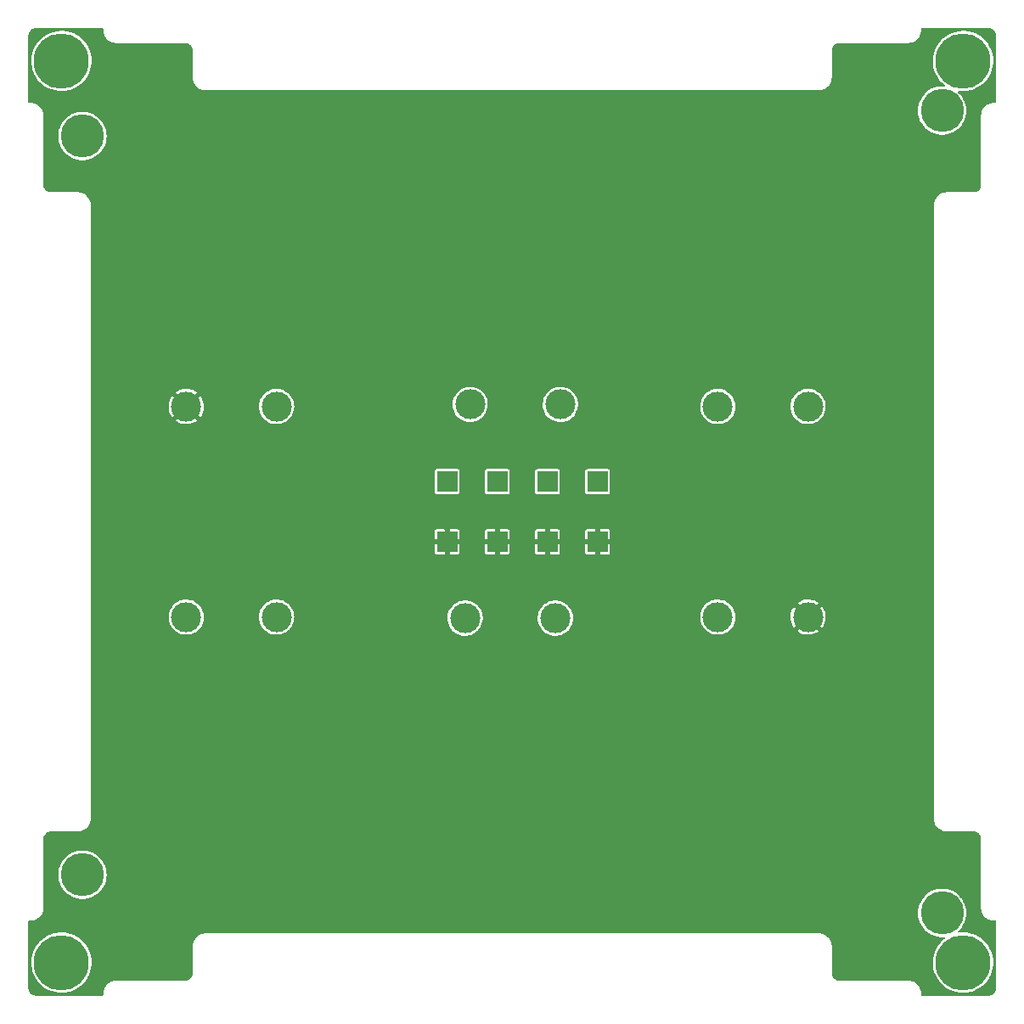
<source format=gtl>
G04 #@! TF.GenerationSoftware,KiCad,Pcbnew,(6.0.5-0)*
G04 #@! TF.CreationDate,2023-01-03T07:11:00-05:00*
G04 #@! TF.ProjectId,bottom-adapter,626f7474-6f6d-42d6-9164-61707465722e,2*
G04 #@! TF.SameCoordinates,Original*
G04 #@! TF.FileFunction,Copper,L1,Top*
G04 #@! TF.FilePolarity,Positive*
%FSLAX46Y46*%
G04 Gerber Fmt 4.6, Leading zero omitted, Abs format (unit mm)*
G04 Created by KiCad (PCBNEW (6.0.5-0)) date 2023-01-03 07:11:00*
%MOMM*%
%LPD*%
G01*
G04 APERTURE LIST*
G04 #@! TA.AperFunction,ComponentPad*
%ADD10C,3.000000*%
G04 #@! TD*
G04 #@! TA.AperFunction,ComponentPad*
%ADD11C,5.500000*%
G04 #@! TD*
G04 #@! TA.AperFunction,ComponentPad*
%ADD12C,4.300000*%
G04 #@! TD*
G04 #@! TA.AperFunction,ComponentPad*
%ADD13R,2.000000X2.000000*%
G04 #@! TD*
G04 #@! TA.AperFunction,ViaPad*
%ADD14C,0.800000*%
G04 #@! TD*
G04 APERTURE END LIST*
D10*
X86000000Y-109000000D03*
X95000000Y-109000000D03*
D11*
X163450000Y-143450000D03*
D10*
X113800000Y-109100000D03*
X122800000Y-109100000D03*
X148000000Y-88000000D03*
X139000000Y-88000000D03*
X95000000Y-88000000D03*
X86000000Y-88000000D03*
X123300000Y-87800000D03*
X114300000Y-87800000D03*
D12*
X161364000Y-58495000D03*
D13*
X117000000Y-101500000D03*
D11*
X73550000Y-53550000D03*
D13*
X127000000Y-101500000D03*
D12*
X161364000Y-138505000D03*
D10*
X139000000Y-109000000D03*
X148000000Y-109000000D03*
D13*
X112000000Y-101500000D03*
X127000000Y-95500000D03*
D12*
X75639000Y-134695000D03*
X75639000Y-61035000D03*
D11*
X73550000Y-143450000D03*
D13*
X122000000Y-101500000D03*
X122000000Y-95500000D03*
X112000000Y-95500000D03*
D11*
X163450000Y-53550000D03*
D13*
X117000000Y-95500000D03*
D14*
X87100000Y-90200000D03*
X150400000Y-109700000D03*
X119400000Y-103900000D03*
X149600000Y-110800000D03*
X83800000Y-88900000D03*
X82300000Y-87200000D03*
X83400000Y-90200000D03*
X148100000Y-106500000D03*
X114400000Y-103900000D03*
X82500000Y-88500000D03*
X146700000Y-111000000D03*
X149600000Y-112100000D03*
X127000000Y-103800000D03*
X151600000Y-107600000D03*
X110100000Y-103400000D03*
X122000000Y-103800000D03*
X114400000Y-102700000D03*
X85900000Y-91400000D03*
X84900000Y-90200000D03*
X84300000Y-91300000D03*
X148200000Y-111300000D03*
X145900000Y-109900000D03*
X88000000Y-85100000D03*
X151100000Y-110800000D03*
X119400000Y-102700000D03*
X151400000Y-108900000D03*
X112100000Y-103800000D03*
X129000000Y-103200000D03*
X147100000Y-105800000D03*
X150600000Y-106700000D03*
X124600000Y-103900000D03*
X149400000Y-107000000D03*
X145700000Y-108200000D03*
X150400000Y-105500000D03*
X117000000Y-103900000D03*
X124500000Y-102700000D03*
X152100000Y-109900000D03*
X84200000Y-86000000D03*
X86800000Y-85400000D03*
X85200000Y-85300000D03*
X83000000Y-85700000D03*
X150300000Y-108100000D03*
X83800000Y-84700000D03*
X83500000Y-87400000D03*
X88300000Y-86600000D03*
X88400000Y-88700000D03*
X146500000Y-107000000D03*
X149000000Y-105800000D03*
G04 #@! TA.AperFunction,Conductor*
G36*
X77704031Y-50273713D02*
G01*
X77740576Y-50324013D01*
X77745500Y-50355100D01*
X77745500Y-50465025D01*
X77743567Y-50484650D01*
X77740514Y-50500000D01*
X77742346Y-50509209D01*
X77742447Y-50510492D01*
X77742447Y-50512490D01*
X77742811Y-50515123D01*
X77757114Y-50696854D01*
X77758037Y-50700700D01*
X77758038Y-50700704D01*
X77772890Y-50762565D01*
X77803210Y-50888860D01*
X77804723Y-50892512D01*
X77804724Y-50892516D01*
X77855604Y-51015350D01*
X77878776Y-51071292D01*
X77981950Y-51239657D01*
X78110192Y-51389808D01*
X78260343Y-51518050D01*
X78428708Y-51621224D01*
X78432357Y-51622735D01*
X78432356Y-51622735D01*
X78607484Y-51695276D01*
X78607488Y-51695277D01*
X78611140Y-51696790D01*
X78707143Y-51719838D01*
X78799296Y-51741962D01*
X78799300Y-51741963D01*
X78803146Y-51742886D01*
X78984877Y-51757189D01*
X78987510Y-51757553D01*
X78989508Y-51757553D01*
X78990791Y-51757654D01*
X79000000Y-51759486D01*
X79009718Y-51757553D01*
X79009719Y-51757553D01*
X79015350Y-51756433D01*
X79034975Y-51754500D01*
X85865025Y-51754500D01*
X85884650Y-51756433D01*
X85890281Y-51757553D01*
X85890282Y-51757553D01*
X85900000Y-51759486D01*
X85909717Y-51757553D01*
X85919627Y-51757553D01*
X85919627Y-51758202D01*
X85931616Y-51757614D01*
X86035582Y-51767854D01*
X86054923Y-51771702D01*
X86175806Y-51808371D01*
X86194026Y-51815918D01*
X86305440Y-51875470D01*
X86321838Y-51886426D01*
X86419489Y-51966566D01*
X86433434Y-51980511D01*
X86513574Y-52078162D01*
X86524530Y-52094560D01*
X86584082Y-52205974D01*
X86591629Y-52224194D01*
X86628298Y-52345077D01*
X86632146Y-52364418D01*
X86642386Y-52468384D01*
X86641798Y-52480373D01*
X86642447Y-52480373D01*
X86642447Y-52490283D01*
X86640514Y-52500000D01*
X86642447Y-52509718D01*
X86642447Y-52509719D01*
X86643567Y-52515350D01*
X86645500Y-52534975D01*
X86645500Y-55165025D01*
X86643567Y-55184650D01*
X86640514Y-55200000D01*
X86642346Y-55209209D01*
X86642447Y-55210492D01*
X86642447Y-55212490D01*
X86642811Y-55215123D01*
X86657114Y-55396854D01*
X86703210Y-55588860D01*
X86704723Y-55592512D01*
X86704724Y-55592516D01*
X86760491Y-55727148D01*
X86778776Y-55771292D01*
X86881950Y-55939657D01*
X87010192Y-56089808D01*
X87160343Y-56218050D01*
X87328708Y-56321224D01*
X87332357Y-56322735D01*
X87332356Y-56322735D01*
X87507484Y-56395276D01*
X87507488Y-56395277D01*
X87511140Y-56396790D01*
X87607143Y-56419838D01*
X87699296Y-56441962D01*
X87699300Y-56441963D01*
X87703146Y-56442886D01*
X87884877Y-56457189D01*
X87887510Y-56457553D01*
X87889508Y-56457553D01*
X87890791Y-56457654D01*
X87900000Y-56459486D01*
X87909718Y-56457553D01*
X87909719Y-56457553D01*
X87915350Y-56456433D01*
X87934975Y-56454500D01*
X149065025Y-56454500D01*
X149084650Y-56456433D01*
X149090281Y-56457553D01*
X149090282Y-56457553D01*
X149100000Y-56459486D01*
X149109209Y-56457654D01*
X149110492Y-56457553D01*
X149112490Y-56457553D01*
X149115123Y-56457189D01*
X149296854Y-56442886D01*
X149300700Y-56441963D01*
X149300704Y-56441962D01*
X149392857Y-56419838D01*
X149488860Y-56396790D01*
X149492512Y-56395277D01*
X149492516Y-56395276D01*
X149667644Y-56322735D01*
X149667643Y-56322735D01*
X149671292Y-56321224D01*
X149839657Y-56218050D01*
X149989808Y-56089808D01*
X150118050Y-55939657D01*
X150221224Y-55771292D01*
X150239509Y-55727148D01*
X150295276Y-55592516D01*
X150295277Y-55592512D01*
X150296790Y-55588860D01*
X150342886Y-55396854D01*
X150357189Y-55215123D01*
X150357553Y-55212490D01*
X150357553Y-55210492D01*
X150357654Y-55209209D01*
X150359486Y-55200000D01*
X150356433Y-55184650D01*
X150354500Y-55165025D01*
X150354500Y-52534975D01*
X150356433Y-52515350D01*
X150357553Y-52509719D01*
X150357553Y-52509718D01*
X150359486Y-52500000D01*
X150357553Y-52490283D01*
X150357553Y-52480373D01*
X150358202Y-52480373D01*
X150357614Y-52468384D01*
X150367854Y-52364418D01*
X150371702Y-52345077D01*
X150408371Y-52224194D01*
X150415918Y-52205974D01*
X150475470Y-52094560D01*
X150486426Y-52078162D01*
X150566566Y-51980511D01*
X150580511Y-51966566D01*
X150678162Y-51886426D01*
X150694560Y-51875470D01*
X150805974Y-51815918D01*
X150824194Y-51808371D01*
X150945077Y-51771702D01*
X150964418Y-51767854D01*
X151068384Y-51757614D01*
X151080373Y-51758202D01*
X151080373Y-51757553D01*
X151090283Y-51757553D01*
X151100000Y-51759486D01*
X151109718Y-51757553D01*
X151109719Y-51757553D01*
X151115350Y-51756433D01*
X151134975Y-51754500D01*
X157965025Y-51754500D01*
X157984650Y-51756433D01*
X157990281Y-51757553D01*
X157990282Y-51757553D01*
X158000000Y-51759486D01*
X158009209Y-51757654D01*
X158010492Y-51757553D01*
X158012490Y-51757553D01*
X158015123Y-51757189D01*
X158196854Y-51742886D01*
X158200700Y-51741963D01*
X158200704Y-51741962D01*
X158292857Y-51719838D01*
X158388860Y-51696790D01*
X158392512Y-51695277D01*
X158392516Y-51695276D01*
X158567644Y-51622735D01*
X158567643Y-51622735D01*
X158571292Y-51621224D01*
X158739657Y-51518050D01*
X158889808Y-51389808D01*
X159018050Y-51239657D01*
X159121224Y-51071292D01*
X159144396Y-51015350D01*
X159195276Y-50892516D01*
X159195277Y-50892512D01*
X159196790Y-50888860D01*
X159227110Y-50762565D01*
X159241962Y-50700704D01*
X159241963Y-50700700D01*
X159242886Y-50696854D01*
X159257189Y-50515123D01*
X159257553Y-50512490D01*
X159257553Y-50510492D01*
X159257654Y-50509209D01*
X159259486Y-50500000D01*
X159256433Y-50484650D01*
X159254500Y-50465025D01*
X159254500Y-50355100D01*
X159273713Y-50295969D01*
X159324013Y-50259424D01*
X159355100Y-50254500D01*
X165965025Y-50254500D01*
X165984650Y-50256433D01*
X165990281Y-50257553D01*
X165990282Y-50257553D01*
X166000000Y-50259486D01*
X166009717Y-50257553D01*
X166019627Y-50257553D01*
X166019627Y-50258202D01*
X166031616Y-50257614D01*
X166135582Y-50267854D01*
X166154923Y-50271702D01*
X166275806Y-50308371D01*
X166294026Y-50315918D01*
X166405440Y-50375470D01*
X166421838Y-50386426D01*
X166519489Y-50466566D01*
X166533432Y-50480509D01*
X166541452Y-50490281D01*
X166613574Y-50578162D01*
X166624530Y-50594560D01*
X166684082Y-50705974D01*
X166691629Y-50724194D01*
X166728298Y-50845077D01*
X166732146Y-50864418D01*
X166742386Y-50968384D01*
X166741798Y-50980373D01*
X166742447Y-50980373D01*
X166742447Y-50990283D01*
X166740514Y-51000000D01*
X166742447Y-51009718D01*
X166742447Y-51009719D01*
X166743567Y-51015350D01*
X166745500Y-51034975D01*
X166745500Y-57644900D01*
X166726287Y-57704031D01*
X166675987Y-57740576D01*
X166644900Y-57745500D01*
X166534975Y-57745500D01*
X166515350Y-57743567D01*
X166509719Y-57742447D01*
X166509718Y-57742447D01*
X166500000Y-57740514D01*
X166490791Y-57742346D01*
X166489508Y-57742447D01*
X166487510Y-57742447D01*
X166484877Y-57742811D01*
X166303146Y-57757114D01*
X166299300Y-57758037D01*
X166299296Y-57758038D01*
X166207143Y-57780162D01*
X166111140Y-57803210D01*
X166107488Y-57804723D01*
X166107484Y-57804724D01*
X165955058Y-57867861D01*
X165928708Y-57878776D01*
X165760343Y-57981950D01*
X165610192Y-58110192D01*
X165481950Y-58260343D01*
X165378776Y-58428708D01*
X165303210Y-58611140D01*
X165302286Y-58614990D01*
X165259358Y-58793800D01*
X165257114Y-58803146D01*
X165242941Y-58983235D01*
X165242812Y-58984873D01*
X165242447Y-58987510D01*
X165242447Y-58989508D01*
X165242346Y-58990791D01*
X165240514Y-59000000D01*
X165242447Y-59009718D01*
X165242447Y-59009719D01*
X165243567Y-59015350D01*
X165245500Y-59034975D01*
X165245500Y-65865025D01*
X165243567Y-65884650D01*
X165240514Y-65900000D01*
X165242447Y-65909717D01*
X165242447Y-65919627D01*
X165241798Y-65919627D01*
X165242386Y-65931616D01*
X165232146Y-66035582D01*
X165228298Y-66054923D01*
X165191629Y-66175806D01*
X165184082Y-66194026D01*
X165124530Y-66305440D01*
X165113574Y-66321838D01*
X165033434Y-66419489D01*
X165019489Y-66433434D01*
X164921838Y-66513574D01*
X164905440Y-66524530D01*
X164794026Y-66584082D01*
X164775806Y-66591629D01*
X164654923Y-66628298D01*
X164635582Y-66632146D01*
X164531616Y-66642386D01*
X164519627Y-66641798D01*
X164519627Y-66642447D01*
X164509717Y-66642447D01*
X164500000Y-66640514D01*
X164490282Y-66642447D01*
X164490281Y-66642447D01*
X164484650Y-66643567D01*
X164465025Y-66645500D01*
X161834975Y-66645500D01*
X161815350Y-66643567D01*
X161809719Y-66642447D01*
X161809718Y-66642447D01*
X161800000Y-66640514D01*
X161790791Y-66642346D01*
X161789508Y-66642447D01*
X161787510Y-66642447D01*
X161784877Y-66642811D01*
X161603146Y-66657114D01*
X161599300Y-66658037D01*
X161599296Y-66658038D01*
X161507143Y-66680162D01*
X161411140Y-66703210D01*
X161407488Y-66704723D01*
X161407484Y-66704724D01*
X161255058Y-66767861D01*
X161228708Y-66778776D01*
X161060343Y-66881950D01*
X160910192Y-67010192D01*
X160781950Y-67160343D01*
X160678776Y-67328708D01*
X160603210Y-67511140D01*
X160557114Y-67703146D01*
X160556804Y-67707089D01*
X160542812Y-67884873D01*
X160542447Y-67887510D01*
X160542447Y-67889508D01*
X160542346Y-67890791D01*
X160540514Y-67900000D01*
X160542447Y-67909718D01*
X160542447Y-67909719D01*
X160543567Y-67915350D01*
X160545500Y-67934975D01*
X160545500Y-129065025D01*
X160543567Y-129084650D01*
X160540514Y-129100000D01*
X160542346Y-129109209D01*
X160542447Y-129110492D01*
X160542447Y-129112490D01*
X160542811Y-129115123D01*
X160557114Y-129296854D01*
X160603210Y-129488860D01*
X160678776Y-129671292D01*
X160781950Y-129839657D01*
X160910192Y-129989808D01*
X161060343Y-130118050D01*
X161228708Y-130221224D01*
X161232357Y-130222735D01*
X161232356Y-130222735D01*
X161407484Y-130295276D01*
X161407488Y-130295277D01*
X161411140Y-130296790D01*
X161507143Y-130319838D01*
X161599296Y-130341962D01*
X161599300Y-130341963D01*
X161603146Y-130342886D01*
X161784877Y-130357189D01*
X161787510Y-130357553D01*
X161789508Y-130357553D01*
X161790791Y-130357654D01*
X161800000Y-130359486D01*
X161809718Y-130357553D01*
X161809719Y-130357553D01*
X161815350Y-130356433D01*
X161834975Y-130354500D01*
X164465025Y-130354500D01*
X164484650Y-130356433D01*
X164490281Y-130357553D01*
X164490282Y-130357553D01*
X164500000Y-130359486D01*
X164509717Y-130357553D01*
X164519627Y-130357553D01*
X164519627Y-130358202D01*
X164531616Y-130357614D01*
X164635582Y-130367854D01*
X164654923Y-130371702D01*
X164775806Y-130408371D01*
X164794026Y-130415918D01*
X164905440Y-130475470D01*
X164921838Y-130486426D01*
X165019489Y-130566566D01*
X165033434Y-130580511D01*
X165113574Y-130678162D01*
X165124530Y-130694560D01*
X165184082Y-130805974D01*
X165191629Y-130824194D01*
X165228298Y-130945077D01*
X165232146Y-130964418D01*
X165242386Y-131068384D01*
X165241798Y-131080373D01*
X165242447Y-131080373D01*
X165242447Y-131090283D01*
X165240514Y-131100000D01*
X165242447Y-131109718D01*
X165242447Y-131109719D01*
X165243567Y-131115350D01*
X165245500Y-131134975D01*
X165245500Y-137965025D01*
X165243567Y-137984650D01*
X165240514Y-138000000D01*
X165242346Y-138009209D01*
X165242447Y-138010492D01*
X165242447Y-138012490D01*
X165242811Y-138015123D01*
X165257114Y-138196854D01*
X165258037Y-138200700D01*
X165258038Y-138200704D01*
X165278345Y-138285290D01*
X165303210Y-138388860D01*
X165378776Y-138571292D01*
X165481950Y-138739657D01*
X165610192Y-138889808D01*
X165760343Y-139018050D01*
X165928708Y-139121224D01*
X165932357Y-139122735D01*
X165932356Y-139122735D01*
X166107484Y-139195276D01*
X166107488Y-139195277D01*
X166111140Y-139196790D01*
X166207143Y-139219838D01*
X166299296Y-139241962D01*
X166299300Y-139241963D01*
X166303146Y-139242886D01*
X166484877Y-139257189D01*
X166487510Y-139257553D01*
X166489508Y-139257553D01*
X166490791Y-139257654D01*
X166500000Y-139259486D01*
X166509718Y-139257553D01*
X166509719Y-139257553D01*
X166515350Y-139256433D01*
X166534975Y-139254500D01*
X166644900Y-139254500D01*
X166704031Y-139273713D01*
X166740576Y-139324013D01*
X166745500Y-139355100D01*
X166745500Y-145965025D01*
X166743567Y-145984650D01*
X166740514Y-146000000D01*
X166742447Y-146009717D01*
X166742447Y-146019627D01*
X166741798Y-146019627D01*
X166742386Y-146031616D01*
X166732146Y-146135582D01*
X166728298Y-146154923D01*
X166691629Y-146275806D01*
X166684082Y-146294026D01*
X166624530Y-146405440D01*
X166613574Y-146421838D01*
X166601905Y-146436057D01*
X166536831Y-146515350D01*
X166533434Y-146519489D01*
X166519489Y-146533434D01*
X166421838Y-146613574D01*
X166405440Y-146624530D01*
X166294026Y-146684082D01*
X166275806Y-146691629D01*
X166154923Y-146728298D01*
X166135582Y-146732146D01*
X166031616Y-146742386D01*
X166019627Y-146741798D01*
X166019627Y-146742447D01*
X166009717Y-146742447D01*
X166000000Y-146740514D01*
X165990282Y-146742447D01*
X165990281Y-146742447D01*
X165984650Y-146743567D01*
X165965025Y-146745500D01*
X159355100Y-146745500D01*
X159295969Y-146726287D01*
X159259424Y-146675987D01*
X159254500Y-146644900D01*
X159254500Y-146534975D01*
X159256433Y-146515350D01*
X159257553Y-146509719D01*
X159257553Y-146509718D01*
X159259486Y-146500000D01*
X159257654Y-146490791D01*
X159257553Y-146489508D01*
X159257553Y-146487510D01*
X159257188Y-146484873D01*
X159257059Y-146483235D01*
X159242886Y-146303146D01*
X159240256Y-146292188D01*
X159207301Y-146154923D01*
X159196790Y-146111140D01*
X159157699Y-146016765D01*
X159122735Y-145932356D01*
X159121224Y-145928708D01*
X159018050Y-145760343D01*
X158889808Y-145610192D01*
X158739657Y-145481950D01*
X158571292Y-145378776D01*
X158544942Y-145367861D01*
X158392516Y-145304724D01*
X158392512Y-145304723D01*
X158388860Y-145303210D01*
X158292857Y-145280162D01*
X158200704Y-145258038D01*
X158200700Y-145258037D01*
X158196854Y-145257114D01*
X158015123Y-145242811D01*
X158012490Y-145242447D01*
X158010492Y-145242447D01*
X158009209Y-145242346D01*
X158000000Y-145240514D01*
X157990282Y-145242447D01*
X157990281Y-145242447D01*
X157984650Y-145243567D01*
X157965025Y-145245500D01*
X151134975Y-145245500D01*
X151115350Y-145243567D01*
X151109719Y-145242447D01*
X151109718Y-145242447D01*
X151100000Y-145240514D01*
X151090283Y-145242447D01*
X151080373Y-145242447D01*
X151080373Y-145241798D01*
X151068384Y-145242386D01*
X150964418Y-145232146D01*
X150945077Y-145228298D01*
X150824194Y-145191629D01*
X150805974Y-145184082D01*
X150694560Y-145124530D01*
X150678162Y-145113574D01*
X150580511Y-145033434D01*
X150566566Y-145019489D01*
X150486426Y-144921838D01*
X150475470Y-144905440D01*
X150415918Y-144794026D01*
X150408371Y-144775806D01*
X150371702Y-144654923D01*
X150367854Y-144635582D01*
X150357614Y-144531616D01*
X150358202Y-144519627D01*
X150357553Y-144519627D01*
X150357553Y-144509717D01*
X150359486Y-144500000D01*
X150356433Y-144484650D01*
X150354500Y-144465025D01*
X150354500Y-141834975D01*
X150356433Y-141815350D01*
X150357553Y-141809719D01*
X150357553Y-141809718D01*
X150359486Y-141800000D01*
X150357654Y-141790791D01*
X150357553Y-141789508D01*
X150357553Y-141787510D01*
X150357188Y-141784873D01*
X150357059Y-141783235D01*
X150342886Y-141603146D01*
X150296790Y-141411140D01*
X150221224Y-141228708D01*
X150134353Y-141086947D01*
X150120114Y-141063711D01*
X150120113Y-141063710D01*
X150118050Y-141060343D01*
X149989808Y-140910192D01*
X149839657Y-140781950D01*
X149671292Y-140678776D01*
X149644942Y-140667861D01*
X149492516Y-140604724D01*
X149492512Y-140604723D01*
X149488860Y-140603210D01*
X149384376Y-140578126D01*
X149300704Y-140558038D01*
X149300700Y-140558037D01*
X149296854Y-140557114D01*
X149115123Y-140542811D01*
X149112490Y-140542447D01*
X149110492Y-140542447D01*
X149109209Y-140542346D01*
X149100000Y-140540514D01*
X149090282Y-140542447D01*
X149090281Y-140542447D01*
X149084650Y-140543567D01*
X149065025Y-140545500D01*
X87934975Y-140545500D01*
X87915350Y-140543567D01*
X87909719Y-140542447D01*
X87909718Y-140542447D01*
X87900000Y-140540514D01*
X87890791Y-140542346D01*
X87889508Y-140542447D01*
X87887510Y-140542447D01*
X87884877Y-140542811D01*
X87703146Y-140557114D01*
X87699300Y-140558037D01*
X87699296Y-140558038D01*
X87615624Y-140578126D01*
X87511140Y-140603210D01*
X87507488Y-140604723D01*
X87507484Y-140604724D01*
X87355058Y-140667861D01*
X87328708Y-140678776D01*
X87160343Y-140781950D01*
X87010192Y-140910192D01*
X86881950Y-141060343D01*
X86879887Y-141063710D01*
X86879886Y-141063711D01*
X86865647Y-141086947D01*
X86778776Y-141228708D01*
X86703210Y-141411140D01*
X86657114Y-141603146D01*
X86642941Y-141783235D01*
X86642812Y-141784873D01*
X86642447Y-141787510D01*
X86642447Y-141789508D01*
X86642346Y-141790791D01*
X86640514Y-141800000D01*
X86642447Y-141809718D01*
X86642447Y-141809719D01*
X86643567Y-141815350D01*
X86645500Y-141834975D01*
X86645500Y-144465025D01*
X86643567Y-144484650D01*
X86640514Y-144500000D01*
X86642447Y-144509717D01*
X86642447Y-144519627D01*
X86641798Y-144519627D01*
X86642386Y-144531616D01*
X86632146Y-144635582D01*
X86628298Y-144654923D01*
X86591629Y-144775806D01*
X86584082Y-144794026D01*
X86524530Y-144905440D01*
X86513574Y-144921838D01*
X86433434Y-145019489D01*
X86419489Y-145033434D01*
X86321838Y-145113574D01*
X86305440Y-145124530D01*
X86194026Y-145184082D01*
X86175806Y-145191629D01*
X86054923Y-145228298D01*
X86035582Y-145232146D01*
X85931616Y-145242386D01*
X85919627Y-145241798D01*
X85919627Y-145242447D01*
X85909717Y-145242447D01*
X85900000Y-145240514D01*
X85890282Y-145242447D01*
X85890281Y-145242447D01*
X85884650Y-145243567D01*
X85865025Y-145245500D01*
X79034975Y-145245500D01*
X79015350Y-145243567D01*
X79009719Y-145242447D01*
X79009718Y-145242447D01*
X79000000Y-145240514D01*
X78990791Y-145242346D01*
X78989508Y-145242447D01*
X78987510Y-145242447D01*
X78984877Y-145242811D01*
X78803146Y-145257114D01*
X78799300Y-145258037D01*
X78799296Y-145258038D01*
X78707143Y-145280162D01*
X78611140Y-145303210D01*
X78607488Y-145304723D01*
X78607484Y-145304724D01*
X78455058Y-145367861D01*
X78428708Y-145378776D01*
X78260343Y-145481950D01*
X78110192Y-145610192D01*
X77981950Y-145760343D01*
X77878776Y-145928708D01*
X77877265Y-145932356D01*
X77842302Y-146016765D01*
X77803210Y-146111140D01*
X77792699Y-146154923D01*
X77759745Y-146292188D01*
X77757114Y-146303146D01*
X77742941Y-146483235D01*
X77742812Y-146484873D01*
X77742447Y-146487510D01*
X77742447Y-146489508D01*
X77742346Y-146490791D01*
X77740514Y-146500000D01*
X77742447Y-146509718D01*
X77742447Y-146509719D01*
X77743567Y-146515350D01*
X77745500Y-146534975D01*
X77745500Y-146644900D01*
X77726287Y-146704031D01*
X77675987Y-146740576D01*
X77644900Y-146745500D01*
X71034975Y-146745500D01*
X71015350Y-146743567D01*
X71009719Y-146742447D01*
X71009718Y-146742447D01*
X71000000Y-146740514D01*
X70990283Y-146742447D01*
X70980373Y-146742447D01*
X70980373Y-146741798D01*
X70968384Y-146742386D01*
X70864418Y-146732146D01*
X70845077Y-146728298D01*
X70724194Y-146691629D01*
X70705974Y-146684082D01*
X70594560Y-146624530D01*
X70578162Y-146613574D01*
X70480511Y-146533434D01*
X70466566Y-146519489D01*
X70463170Y-146515350D01*
X70398095Y-146436057D01*
X70386426Y-146421838D01*
X70375470Y-146405440D01*
X70315918Y-146294026D01*
X70308371Y-146275806D01*
X70271702Y-146154923D01*
X70267854Y-146135582D01*
X70257614Y-146031616D01*
X70258202Y-146019627D01*
X70257553Y-146019627D01*
X70257553Y-146009717D01*
X70259486Y-146000000D01*
X70256433Y-145984650D01*
X70254500Y-145965025D01*
X70254500Y-143355466D01*
X70541893Y-143355466D01*
X70550963Y-143701836D01*
X70599784Y-144044868D01*
X70600521Y-144047678D01*
X70600522Y-144047682D01*
X70671929Y-144319868D01*
X70687708Y-144380015D01*
X70813570Y-144702835D01*
X70975703Y-145009050D01*
X71171956Y-145294600D01*
X71173860Y-145296783D01*
X71173865Y-145296789D01*
X71358103Y-145507984D01*
X71399729Y-145555701D01*
X71656002Y-145788892D01*
X71658347Y-145790577D01*
X71928428Y-145984650D01*
X71937380Y-145991083D01*
X72240132Y-146159592D01*
X72560246Y-146292188D01*
X72563031Y-146292981D01*
X72563033Y-146292982D01*
X72612557Y-146307089D01*
X72893478Y-146387111D01*
X73235412Y-146443105D01*
X73454757Y-146453449D01*
X73578608Y-146459290D01*
X73578610Y-146459290D01*
X73581516Y-146459427D01*
X73850539Y-146441086D01*
X73924313Y-146436057D01*
X73924314Y-146436057D01*
X73927202Y-146435860D01*
X73930048Y-146435332D01*
X73930052Y-146435332D01*
X74265030Y-146373248D01*
X74265035Y-146373247D01*
X74267888Y-146372718D01*
X74366544Y-146342367D01*
X74596302Y-146271685D01*
X74596310Y-146271682D01*
X74599060Y-146270836D01*
X74916326Y-146131566D01*
X75215483Y-145956753D01*
X75492564Y-145748714D01*
X75743898Y-145510207D01*
X75966153Y-145244394D01*
X76120745Y-145009050D01*
X76154797Y-144957211D01*
X76154800Y-144957207D01*
X76156383Y-144954796D01*
X76181207Y-144905440D01*
X76246406Y-144775806D01*
X76312067Y-144645253D01*
X76315606Y-144635582D01*
X76430146Y-144322588D01*
X76430148Y-144322582D01*
X76431141Y-144319868D01*
X76512027Y-143982953D01*
X76553653Y-143638974D01*
X76559592Y-143450000D01*
X76539647Y-143104086D01*
X76480075Y-142762757D01*
X76381667Y-142430537D01*
X76245727Y-142111830D01*
X76199304Y-142030441D01*
X76121329Y-141893738D01*
X76074056Y-141810859D01*
X75868930Y-141531614D01*
X75800205Y-141457656D01*
X75635047Y-141279925D01*
X75633069Y-141277796D01*
X75627281Y-141272852D01*
X75371809Y-141054659D01*
X75371807Y-141054657D01*
X75369597Y-141052770D01*
X75082007Y-140859518D01*
X75028936Y-140832126D01*
X74776681Y-140701927D01*
X74776674Y-140701924D01*
X74774111Y-140700601D01*
X74516374Y-140603210D01*
X74452701Y-140579150D01*
X74449991Y-140578126D01*
X74447180Y-140577420D01*
X74447177Y-140577419D01*
X74116761Y-140494424D01*
X74116755Y-140494423D01*
X74113941Y-140493716D01*
X74111059Y-140493337D01*
X74111056Y-140493336D01*
X73939201Y-140470711D01*
X73770417Y-140448490D01*
X73623172Y-140446177D01*
X73426866Y-140443093D01*
X73426858Y-140443093D01*
X73423971Y-140443048D01*
X73201087Y-140465295D01*
X73082069Y-140477174D01*
X73082065Y-140477175D01*
X73079196Y-140477461D01*
X72740661Y-140551274D01*
X72412853Y-140663507D01*
X72100118Y-140812674D01*
X72097668Y-140814211D01*
X71809056Y-140995257D01*
X71809052Y-140995260D01*
X71806600Y-140996798D01*
X71804342Y-140998607D01*
X71804335Y-140998612D01*
X71716695Y-141068825D01*
X71536190Y-141213437D01*
X71477394Y-141272852D01*
X71344165Y-141407484D01*
X71292472Y-141459721D01*
X71290685Y-141462000D01*
X71139699Y-141654560D01*
X71078676Y-141732385D01*
X71077165Y-141734850D01*
X71077162Y-141734855D01*
X70899149Y-142025346D01*
X70897636Y-142027815D01*
X70751752Y-142342095D01*
X70750840Y-142344852D01*
X70750839Y-142344855D01*
X70721582Y-142433319D01*
X70642957Y-142671060D01*
X70642369Y-142673899D01*
X70642368Y-142673903D01*
X70623375Y-142765620D01*
X70572694Y-143010350D01*
X70572437Y-143013234D01*
X70572436Y-143013238D01*
X70559169Y-143161898D01*
X70541893Y-143355466D01*
X70254500Y-143355466D01*
X70254500Y-139355100D01*
X70273713Y-139295969D01*
X70324013Y-139259424D01*
X70355100Y-139254500D01*
X70465025Y-139254500D01*
X70484650Y-139256433D01*
X70490281Y-139257553D01*
X70490282Y-139257553D01*
X70500000Y-139259486D01*
X70509209Y-139257654D01*
X70510492Y-139257553D01*
X70512490Y-139257553D01*
X70515123Y-139257189D01*
X70696854Y-139242886D01*
X70700700Y-139241963D01*
X70700704Y-139241962D01*
X70792857Y-139219838D01*
X70888860Y-139196790D01*
X70892512Y-139195277D01*
X70892516Y-139195276D01*
X71067644Y-139122735D01*
X71067643Y-139122735D01*
X71071292Y-139121224D01*
X71239657Y-139018050D01*
X71389808Y-138889808D01*
X71518050Y-138739657D01*
X71621224Y-138571292D01*
X71648683Y-138505000D01*
X158954746Y-138505000D01*
X158954945Y-138508163D01*
X158969564Y-138740514D01*
X158973744Y-138806960D01*
X159030437Y-139104157D01*
X159123932Y-139391906D01*
X159252755Y-139665667D01*
X159414873Y-139921124D01*
X159607729Y-140154248D01*
X159828284Y-140361362D01*
X159830834Y-140363215D01*
X159830838Y-140363218D01*
X159948143Y-140448445D01*
X160073057Y-140539200D01*
X160338190Y-140684958D01*
X160341133Y-140686123D01*
X160341141Y-140686127D01*
X160616552Y-140795170D01*
X160616555Y-140795171D01*
X160619500Y-140796337D01*
X160622555Y-140797121D01*
X160622563Y-140797124D01*
X160846834Y-140854706D01*
X160912551Y-140871579D01*
X160915670Y-140871973D01*
X160915675Y-140871974D01*
X161209584Y-140909104D01*
X161209591Y-140909104D01*
X161212722Y-140909500D01*
X161515278Y-140909500D01*
X161518416Y-140909104D01*
X161521573Y-140908905D01*
X161521634Y-140909881D01*
X161578978Y-140920827D01*
X161621533Y-140966156D01*
X161629318Y-141027841D01*
X161599358Y-141082320D01*
X161593410Y-141087480D01*
X161436190Y-141213437D01*
X161377394Y-141272852D01*
X161244165Y-141407484D01*
X161192472Y-141459721D01*
X161190685Y-141462000D01*
X161039699Y-141654560D01*
X160978676Y-141732385D01*
X160977165Y-141734850D01*
X160977162Y-141734855D01*
X160799149Y-142025346D01*
X160797636Y-142027815D01*
X160651752Y-142342095D01*
X160650840Y-142344852D01*
X160650839Y-142344855D01*
X160621582Y-142433319D01*
X160542957Y-142671060D01*
X160542369Y-142673899D01*
X160542368Y-142673903D01*
X160523375Y-142765620D01*
X160472694Y-143010350D01*
X160472437Y-143013234D01*
X160472436Y-143013238D01*
X160459169Y-143161898D01*
X160441893Y-143355466D01*
X160450963Y-143701836D01*
X160499784Y-144044868D01*
X160500521Y-144047678D01*
X160500522Y-144047682D01*
X160571929Y-144319868D01*
X160587708Y-144380015D01*
X160713570Y-144702835D01*
X160875703Y-145009050D01*
X161071956Y-145294600D01*
X161073860Y-145296783D01*
X161073865Y-145296789D01*
X161258103Y-145507984D01*
X161299729Y-145555701D01*
X161556002Y-145788892D01*
X161558347Y-145790577D01*
X161828428Y-145984650D01*
X161837380Y-145991083D01*
X162140132Y-146159592D01*
X162460246Y-146292188D01*
X162463031Y-146292981D01*
X162463033Y-146292982D01*
X162512557Y-146307089D01*
X162793478Y-146387111D01*
X163135412Y-146443105D01*
X163354757Y-146453449D01*
X163478608Y-146459290D01*
X163478610Y-146459290D01*
X163481516Y-146459427D01*
X163750539Y-146441086D01*
X163824313Y-146436057D01*
X163824314Y-146436057D01*
X163827202Y-146435860D01*
X163830048Y-146435332D01*
X163830052Y-146435332D01*
X164165030Y-146373248D01*
X164165035Y-146373247D01*
X164167888Y-146372718D01*
X164266544Y-146342367D01*
X164496302Y-146271685D01*
X164496310Y-146271682D01*
X164499060Y-146270836D01*
X164816326Y-146131566D01*
X165115483Y-145956753D01*
X165392564Y-145748714D01*
X165643898Y-145510207D01*
X165866153Y-145244394D01*
X166020745Y-145009050D01*
X166054797Y-144957211D01*
X166054800Y-144957207D01*
X166056383Y-144954796D01*
X166081207Y-144905440D01*
X166146406Y-144775806D01*
X166212067Y-144645253D01*
X166215606Y-144635582D01*
X166330146Y-144322588D01*
X166330148Y-144322582D01*
X166331141Y-144319868D01*
X166412027Y-143982953D01*
X166453653Y-143638974D01*
X166459592Y-143450000D01*
X166439647Y-143104086D01*
X166380075Y-142762757D01*
X166281667Y-142430537D01*
X166145727Y-142111830D01*
X166099304Y-142030441D01*
X166021329Y-141893738D01*
X165974056Y-141810859D01*
X165768930Y-141531614D01*
X165700205Y-141457656D01*
X165535047Y-141279925D01*
X165533069Y-141277796D01*
X165527281Y-141272852D01*
X165271809Y-141054659D01*
X165271807Y-141054657D01*
X165269597Y-141052770D01*
X164982007Y-140859518D01*
X164928936Y-140832126D01*
X164676681Y-140701927D01*
X164676674Y-140701924D01*
X164674111Y-140700601D01*
X164416374Y-140603210D01*
X164352701Y-140579150D01*
X164349991Y-140578126D01*
X164347180Y-140577420D01*
X164347177Y-140577419D01*
X164016761Y-140494424D01*
X164016755Y-140494423D01*
X164013941Y-140493716D01*
X164011059Y-140493337D01*
X164011056Y-140493336D01*
X163839201Y-140470711D01*
X163670417Y-140448490D01*
X163523172Y-140446177D01*
X163326866Y-140443093D01*
X163326858Y-140443093D01*
X163323971Y-140443048D01*
X163186270Y-140456792D01*
X163046819Y-140470711D01*
X162986072Y-140457466D01*
X162944712Y-140411044D01*
X162938537Y-140349177D01*
X162967963Y-140297274D01*
X163117963Y-140156415D01*
X163120271Y-140154248D01*
X163313127Y-139921124D01*
X163475245Y-139665667D01*
X163604068Y-139391906D01*
X163697563Y-139104157D01*
X163754256Y-138806960D01*
X163758437Y-138740514D01*
X163773055Y-138508163D01*
X163773254Y-138505000D01*
X163754256Y-138203040D01*
X163697563Y-137905843D01*
X163604068Y-137618094D01*
X163475245Y-137344333D01*
X163313127Y-137088876D01*
X163290545Y-137061579D01*
X163122285Y-136858186D01*
X163122281Y-136858182D01*
X163120271Y-136855752D01*
X162899716Y-136648638D01*
X162897166Y-136646785D01*
X162897162Y-136646782D01*
X162657500Y-136472658D01*
X162654943Y-136470800D01*
X162389810Y-136325042D01*
X162386867Y-136323877D01*
X162386859Y-136323873D01*
X162111448Y-136214830D01*
X162111445Y-136214829D01*
X162108500Y-136213663D01*
X162105445Y-136212879D01*
X162105437Y-136212876D01*
X161881166Y-136155294D01*
X161815449Y-136138421D01*
X161812330Y-136138027D01*
X161812325Y-136138026D01*
X161518416Y-136100896D01*
X161518409Y-136100896D01*
X161515278Y-136100500D01*
X161212722Y-136100500D01*
X161209591Y-136100896D01*
X161209584Y-136100896D01*
X160915675Y-136138026D01*
X160915670Y-136138027D01*
X160912551Y-136138421D01*
X160846835Y-136155294D01*
X160622563Y-136212876D01*
X160622555Y-136212879D01*
X160619500Y-136213663D01*
X160616555Y-136214829D01*
X160616552Y-136214830D01*
X160341141Y-136323873D01*
X160341133Y-136323877D01*
X160338190Y-136325042D01*
X160073057Y-136470800D01*
X160070500Y-136472658D01*
X159830838Y-136646782D01*
X159830834Y-136646785D01*
X159828284Y-136648638D01*
X159607729Y-136855752D01*
X159605719Y-136858182D01*
X159605715Y-136858186D01*
X159437455Y-137061579D01*
X159414873Y-137088876D01*
X159252755Y-137344333D01*
X159123932Y-137618094D01*
X159030437Y-137905843D01*
X158973744Y-138203040D01*
X158954746Y-138505000D01*
X71648683Y-138505000D01*
X71696790Y-138388860D01*
X71721655Y-138285290D01*
X71741962Y-138200704D01*
X71741963Y-138200700D01*
X71742886Y-138196854D01*
X71757189Y-138015123D01*
X71757553Y-138012490D01*
X71757553Y-138010492D01*
X71757654Y-138009209D01*
X71759486Y-138000000D01*
X71756433Y-137984650D01*
X71754500Y-137965025D01*
X71754500Y-134695000D01*
X73229746Y-134695000D01*
X73248744Y-134996960D01*
X73305437Y-135294157D01*
X73398932Y-135581906D01*
X73527755Y-135855667D01*
X73689873Y-136111124D01*
X73691884Y-136113555D01*
X73691887Y-136113559D01*
X73775666Y-136214830D01*
X73882729Y-136344248D01*
X74103284Y-136551362D01*
X74105834Y-136553215D01*
X74105838Y-136553218D01*
X74234618Y-136646782D01*
X74348057Y-136729200D01*
X74613190Y-136874958D01*
X74616133Y-136876123D01*
X74616141Y-136876127D01*
X74891552Y-136985170D01*
X74891555Y-136985171D01*
X74894500Y-136986337D01*
X74897555Y-136987121D01*
X74897563Y-136987124D01*
X75121834Y-137044706D01*
X75187551Y-137061579D01*
X75190670Y-137061973D01*
X75190675Y-137061974D01*
X75484584Y-137099104D01*
X75484591Y-137099104D01*
X75487722Y-137099500D01*
X75790278Y-137099500D01*
X75793409Y-137099104D01*
X75793416Y-137099104D01*
X76087325Y-137061974D01*
X76087330Y-137061973D01*
X76090449Y-137061579D01*
X76156166Y-137044706D01*
X76380437Y-136987124D01*
X76380445Y-136987121D01*
X76383500Y-136986337D01*
X76386445Y-136985171D01*
X76386448Y-136985170D01*
X76661859Y-136876127D01*
X76661867Y-136876123D01*
X76664810Y-136874958D01*
X76929943Y-136729200D01*
X77043382Y-136646782D01*
X77172162Y-136553218D01*
X77172166Y-136553215D01*
X77174716Y-136551362D01*
X77395271Y-136344248D01*
X77502335Y-136214830D01*
X77586113Y-136113559D01*
X77586116Y-136113555D01*
X77588127Y-136111124D01*
X77750245Y-135855667D01*
X77879068Y-135581906D01*
X77972563Y-135294157D01*
X78029256Y-134996960D01*
X78048254Y-134695000D01*
X78029256Y-134393040D01*
X77972563Y-134095843D01*
X77879068Y-133808094D01*
X77750245Y-133534333D01*
X77588127Y-133278876D01*
X77395271Y-133045752D01*
X77174716Y-132838638D01*
X77172166Y-132836785D01*
X77172162Y-132836782D01*
X76932500Y-132662658D01*
X76929943Y-132660800D01*
X76664810Y-132515042D01*
X76661867Y-132513877D01*
X76661859Y-132513873D01*
X76386448Y-132404830D01*
X76386445Y-132404829D01*
X76383500Y-132403663D01*
X76380445Y-132402879D01*
X76380437Y-132402876D01*
X76156166Y-132345294D01*
X76090449Y-132328421D01*
X76087330Y-132328027D01*
X76087325Y-132328026D01*
X75793416Y-132290896D01*
X75793409Y-132290896D01*
X75790278Y-132290500D01*
X75487722Y-132290500D01*
X75484591Y-132290896D01*
X75484584Y-132290896D01*
X75190675Y-132328026D01*
X75190670Y-132328027D01*
X75187551Y-132328421D01*
X75121834Y-132345294D01*
X74897563Y-132402876D01*
X74897555Y-132402879D01*
X74894500Y-132403663D01*
X74891555Y-132404829D01*
X74891552Y-132404830D01*
X74616141Y-132513873D01*
X74616133Y-132513877D01*
X74613190Y-132515042D01*
X74348057Y-132660800D01*
X74345500Y-132662658D01*
X74105838Y-132836782D01*
X74105834Y-132836785D01*
X74103284Y-132838638D01*
X73882729Y-133045752D01*
X73689873Y-133278876D01*
X73527755Y-133534333D01*
X73398932Y-133808094D01*
X73305437Y-134095843D01*
X73248744Y-134393040D01*
X73229746Y-134695000D01*
X71754500Y-134695000D01*
X71754500Y-131134975D01*
X71756433Y-131115350D01*
X71757553Y-131109719D01*
X71757553Y-131109718D01*
X71759486Y-131100000D01*
X71757553Y-131090283D01*
X71757553Y-131080373D01*
X71758202Y-131080373D01*
X71757614Y-131068384D01*
X71767854Y-130964418D01*
X71771702Y-130945077D01*
X71808371Y-130824194D01*
X71815918Y-130805974D01*
X71875470Y-130694560D01*
X71886426Y-130678162D01*
X71966566Y-130580511D01*
X71980511Y-130566566D01*
X72078162Y-130486426D01*
X72094560Y-130475470D01*
X72205974Y-130415918D01*
X72224194Y-130408371D01*
X72345077Y-130371702D01*
X72364418Y-130367854D01*
X72468384Y-130357614D01*
X72480373Y-130358202D01*
X72480373Y-130357553D01*
X72490283Y-130357553D01*
X72500000Y-130359486D01*
X72509718Y-130357553D01*
X72509719Y-130357553D01*
X72515350Y-130356433D01*
X72534975Y-130354500D01*
X75165025Y-130354500D01*
X75184650Y-130356433D01*
X75190281Y-130357553D01*
X75190282Y-130357553D01*
X75200000Y-130359486D01*
X75209209Y-130357654D01*
X75210492Y-130357553D01*
X75212490Y-130357553D01*
X75215123Y-130357189D01*
X75396854Y-130342886D01*
X75400700Y-130341963D01*
X75400704Y-130341962D01*
X75492857Y-130319838D01*
X75588860Y-130296790D01*
X75592512Y-130295277D01*
X75592516Y-130295276D01*
X75767644Y-130222735D01*
X75767643Y-130222735D01*
X75771292Y-130221224D01*
X75939657Y-130118050D01*
X76089808Y-129989808D01*
X76218050Y-129839657D01*
X76321224Y-129671292D01*
X76396790Y-129488860D01*
X76442886Y-129296854D01*
X76457189Y-129115123D01*
X76457553Y-129112490D01*
X76457553Y-129110492D01*
X76457654Y-129109209D01*
X76459486Y-129100000D01*
X76456433Y-129084650D01*
X76454500Y-129065025D01*
X76454500Y-108953944D01*
X84241183Y-108953944D01*
X84241362Y-108957674D01*
X84241362Y-108957679D01*
X84247697Y-109089562D01*
X84253694Y-109214419D01*
X84304569Y-109470185D01*
X84305831Y-109473700D01*
X84352970Y-109604991D01*
X84392690Y-109715621D01*
X84516120Y-109945336D01*
X84518350Y-109948322D01*
X84518353Y-109948327D01*
X84602980Y-110061655D01*
X84672149Y-110154283D01*
X84857348Y-110337873D01*
X84954239Y-110408917D01*
X85064641Y-110489868D01*
X85064646Y-110489871D01*
X85067649Y-110492073D01*
X85070947Y-110493808D01*
X85295127Y-110611755D01*
X85295131Y-110611757D01*
X85298433Y-110613494D01*
X85301960Y-110614726D01*
X85301963Y-110614727D01*
X85539712Y-110697752D01*
X85544629Y-110699469D01*
X85800828Y-110748110D01*
X85804557Y-110748256D01*
X85804561Y-110748257D01*
X85970618Y-110754781D01*
X86061403Y-110758348D01*
X86154885Y-110748110D01*
X86316916Y-110730365D01*
X86316921Y-110730364D01*
X86320629Y-110729958D01*
X86442956Y-110697752D01*
X86569204Y-110664514D01*
X86569208Y-110664512D01*
X86572811Y-110663564D01*
X86812410Y-110560625D01*
X87034161Y-110423401D01*
X87045425Y-110413866D01*
X87230339Y-110257324D01*
X87233194Y-110254907D01*
X87258716Y-110225805D01*
X87402671Y-110061655D01*
X87402673Y-110061653D01*
X87405135Y-110058845D01*
X87407153Y-110055707D01*
X87407158Y-110055701D01*
X87544183Y-109842672D01*
X87544186Y-109842667D01*
X87546208Y-109839523D01*
X87547743Y-109836116D01*
X87547746Y-109836110D01*
X87651780Y-109605163D01*
X87651781Y-109605160D01*
X87653314Y-109601757D01*
X87696940Y-109447071D01*
X87723086Y-109354365D01*
X87723087Y-109354361D01*
X87724099Y-109350772D01*
X87724570Y-109347071D01*
X87756691Y-109094582D01*
X87756691Y-109094579D01*
X87757009Y-109092081D01*
X87759420Y-109000000D01*
X87755997Y-108953944D01*
X93241183Y-108953944D01*
X93241362Y-108957674D01*
X93241362Y-108957679D01*
X93247697Y-109089562D01*
X93253694Y-109214419D01*
X93304569Y-109470185D01*
X93305831Y-109473700D01*
X93352970Y-109604991D01*
X93392690Y-109715621D01*
X93516120Y-109945336D01*
X93518350Y-109948322D01*
X93518353Y-109948327D01*
X93602980Y-110061655D01*
X93672149Y-110154283D01*
X93857348Y-110337873D01*
X93954239Y-110408917D01*
X94064641Y-110489868D01*
X94064646Y-110489871D01*
X94067649Y-110492073D01*
X94070947Y-110493808D01*
X94295127Y-110611755D01*
X94295131Y-110611757D01*
X94298433Y-110613494D01*
X94301960Y-110614726D01*
X94301963Y-110614727D01*
X94539712Y-110697752D01*
X94544629Y-110699469D01*
X94800828Y-110748110D01*
X94804557Y-110748256D01*
X94804561Y-110748257D01*
X94970618Y-110754781D01*
X95061403Y-110758348D01*
X95154885Y-110748110D01*
X95316916Y-110730365D01*
X95316921Y-110730364D01*
X95320629Y-110729958D01*
X95442956Y-110697752D01*
X95569204Y-110664514D01*
X95569208Y-110664512D01*
X95572811Y-110663564D01*
X95812410Y-110560625D01*
X96034161Y-110423401D01*
X96045425Y-110413866D01*
X96230339Y-110257324D01*
X96233194Y-110254907D01*
X96258716Y-110225805D01*
X96402671Y-110061655D01*
X96402673Y-110061653D01*
X96405135Y-110058845D01*
X96407153Y-110055707D01*
X96407158Y-110055701D01*
X96544183Y-109842672D01*
X96544186Y-109842667D01*
X96546208Y-109839523D01*
X96547743Y-109836116D01*
X96547746Y-109836110D01*
X96651780Y-109605163D01*
X96651781Y-109605160D01*
X96653314Y-109601757D01*
X96696940Y-109447071D01*
X96723086Y-109354365D01*
X96723087Y-109354361D01*
X96724099Y-109350772D01*
X96724570Y-109347071D01*
X96756691Y-109094582D01*
X96756691Y-109094579D01*
X96757009Y-109092081D01*
X96758008Y-109053944D01*
X112041183Y-109053944D01*
X112041362Y-109057674D01*
X112041362Y-109057679D01*
X112053121Y-109302485D01*
X112053694Y-109314419D01*
X112104569Y-109570185D01*
X112105831Y-109573700D01*
X112114615Y-109598164D01*
X112192690Y-109815621D01*
X112316120Y-110045336D01*
X112318350Y-110048322D01*
X112318353Y-110048327D01*
X112402980Y-110161655D01*
X112472149Y-110254283D01*
X112657348Y-110437873D01*
X112770701Y-110520987D01*
X112864641Y-110589868D01*
X112864646Y-110589871D01*
X112867649Y-110592073D01*
X112908364Y-110613494D01*
X113095127Y-110711755D01*
X113095131Y-110711757D01*
X113098433Y-110713494D01*
X113101960Y-110714726D01*
X113101963Y-110714727D01*
X113341101Y-110798237D01*
X113344629Y-110799469D01*
X113600828Y-110848110D01*
X113604557Y-110848256D01*
X113604561Y-110848257D01*
X113770618Y-110854781D01*
X113861403Y-110858348D01*
X113954885Y-110848110D01*
X114116916Y-110830365D01*
X114116921Y-110830364D01*
X114120629Y-110829958D01*
X114241114Y-110798237D01*
X114369204Y-110764514D01*
X114369208Y-110764512D01*
X114372811Y-110763564D01*
X114612410Y-110660625D01*
X114834161Y-110523401D01*
X114871168Y-110492073D01*
X115030339Y-110357324D01*
X115033194Y-110354907D01*
X115120891Y-110254907D01*
X115202671Y-110161655D01*
X115202673Y-110161653D01*
X115205135Y-110158845D01*
X115207153Y-110155707D01*
X115207158Y-110155701D01*
X115344183Y-109942672D01*
X115344186Y-109942667D01*
X115346208Y-109939523D01*
X115347743Y-109936116D01*
X115347746Y-109936110D01*
X115451780Y-109705163D01*
X115451781Y-109705160D01*
X115453314Y-109701757D01*
X115524099Y-109450772D01*
X115536364Y-109354365D01*
X115556691Y-109194582D01*
X115556691Y-109194579D01*
X115557009Y-109192081D01*
X115559420Y-109100000D01*
X115555997Y-109053944D01*
X121041183Y-109053944D01*
X121041362Y-109057674D01*
X121041362Y-109057679D01*
X121053121Y-109302485D01*
X121053694Y-109314419D01*
X121104569Y-109570185D01*
X121105831Y-109573700D01*
X121114615Y-109598164D01*
X121192690Y-109815621D01*
X121316120Y-110045336D01*
X121318350Y-110048322D01*
X121318353Y-110048327D01*
X121402980Y-110161655D01*
X121472149Y-110254283D01*
X121657348Y-110437873D01*
X121770701Y-110520987D01*
X121864641Y-110589868D01*
X121864646Y-110589871D01*
X121867649Y-110592073D01*
X121908364Y-110613494D01*
X122095127Y-110711755D01*
X122095131Y-110711757D01*
X122098433Y-110713494D01*
X122101960Y-110714726D01*
X122101963Y-110714727D01*
X122341101Y-110798237D01*
X122344629Y-110799469D01*
X122600828Y-110848110D01*
X122604557Y-110848256D01*
X122604561Y-110848257D01*
X122770618Y-110854781D01*
X122861403Y-110858348D01*
X122954885Y-110848110D01*
X123116916Y-110830365D01*
X123116921Y-110830364D01*
X123120629Y-110829958D01*
X123241114Y-110798237D01*
X123369204Y-110764514D01*
X123369208Y-110764512D01*
X123372811Y-110763564D01*
X123612410Y-110660625D01*
X123834161Y-110523401D01*
X123871168Y-110492073D01*
X124030339Y-110357324D01*
X124033194Y-110354907D01*
X124120891Y-110254907D01*
X124202671Y-110161655D01*
X124202673Y-110161653D01*
X124205135Y-110158845D01*
X124207153Y-110155707D01*
X124207158Y-110155701D01*
X124344183Y-109942672D01*
X124344186Y-109942667D01*
X124346208Y-109939523D01*
X124347743Y-109936116D01*
X124347746Y-109936110D01*
X124451780Y-109705163D01*
X124451781Y-109705160D01*
X124453314Y-109701757D01*
X124524099Y-109450772D01*
X124536364Y-109354365D01*
X124556691Y-109194582D01*
X124556691Y-109194579D01*
X124557009Y-109192081D01*
X124559420Y-109100000D01*
X124548566Y-108953944D01*
X137241183Y-108953944D01*
X137241362Y-108957674D01*
X137241362Y-108957679D01*
X137247697Y-109089562D01*
X137253694Y-109214419D01*
X137304569Y-109470185D01*
X137305831Y-109473700D01*
X137352970Y-109604991D01*
X137392690Y-109715621D01*
X137516120Y-109945336D01*
X137518350Y-109948322D01*
X137518353Y-109948327D01*
X137602980Y-110061655D01*
X137672149Y-110154283D01*
X137857348Y-110337873D01*
X137954239Y-110408917D01*
X138064641Y-110489868D01*
X138064646Y-110489871D01*
X138067649Y-110492073D01*
X138070947Y-110493808D01*
X138295127Y-110611755D01*
X138295131Y-110611757D01*
X138298433Y-110613494D01*
X138301960Y-110614726D01*
X138301963Y-110614727D01*
X138539712Y-110697752D01*
X138544629Y-110699469D01*
X138800828Y-110748110D01*
X138804557Y-110748256D01*
X138804561Y-110748257D01*
X138970618Y-110754781D01*
X139061403Y-110758348D01*
X139154885Y-110748110D01*
X139316916Y-110730365D01*
X139316921Y-110730364D01*
X139320629Y-110729958D01*
X139442956Y-110697752D01*
X139569204Y-110664514D01*
X139569208Y-110664512D01*
X139572811Y-110663564D01*
X139812410Y-110560625D01*
X140034161Y-110423401D01*
X140045425Y-110413866D01*
X140052707Y-110407701D01*
X146957434Y-110407701D01*
X146957627Y-110408917D01*
X146961835Y-110413866D01*
X147064907Y-110489442D01*
X147071213Y-110493382D01*
X147295327Y-110611294D01*
X147302163Y-110614266D01*
X147541231Y-110697752D01*
X147548425Y-110699680D01*
X147797220Y-110746915D01*
X147804618Y-110747758D01*
X148057648Y-110757700D01*
X148065100Y-110757440D01*
X148316824Y-110729872D01*
X148324148Y-110728514D01*
X148569037Y-110664041D01*
X148576083Y-110661614D01*
X148808749Y-110561652D01*
X148815346Y-110558219D01*
X149030695Y-110424957D01*
X149036715Y-110420583D01*
X149037908Y-110419573D01*
X149045039Y-110408049D01*
X149044808Y-110404938D01*
X149042984Y-110402195D01*
X148011268Y-109370478D01*
X147999189Y-109364323D01*
X147994077Y-109365133D01*
X146963589Y-110395622D01*
X146957434Y-110407701D01*
X140052707Y-110407701D01*
X140230339Y-110257324D01*
X140233194Y-110254907D01*
X140258716Y-110225805D01*
X140402671Y-110061655D01*
X140402673Y-110061653D01*
X140405135Y-110058845D01*
X140407153Y-110055707D01*
X140407158Y-110055701D01*
X140544183Y-109842672D01*
X140544186Y-109842667D01*
X140546208Y-109839523D01*
X140547743Y-109836116D01*
X140547746Y-109836110D01*
X140651780Y-109605163D01*
X140651781Y-109605160D01*
X140653314Y-109601757D01*
X140696940Y-109447071D01*
X140723086Y-109354365D01*
X140723087Y-109354361D01*
X140724099Y-109350772D01*
X140724570Y-109347071D01*
X140756691Y-109094582D01*
X140756691Y-109094579D01*
X140757009Y-109092081D01*
X140759420Y-109000000D01*
X140756276Y-108957692D01*
X146241864Y-108957692D01*
X146254014Y-109210632D01*
X146254921Y-109218016D01*
X146304323Y-109466380D01*
X146306318Y-109473574D01*
X146391885Y-109711897D01*
X146394915Y-109718705D01*
X146514778Y-109941779D01*
X146518777Y-109948057D01*
X146583610Y-110034878D01*
X146594680Y-110042701D01*
X146596149Y-110042682D01*
X146601327Y-110039462D01*
X147629522Y-109011268D01*
X147634850Y-109000811D01*
X148364323Y-109000811D01*
X148365133Y-109005923D01*
X149398563Y-110039352D01*
X149410417Y-110045392D01*
X149417055Y-110039389D01*
X149543744Y-109842427D01*
X149547305Y-109835869D01*
X149651308Y-109604991D01*
X149653855Y-109597992D01*
X149722594Y-109354264D01*
X149724078Y-109346972D01*
X149756189Y-109094557D01*
X149756573Y-109089535D01*
X149758852Y-109002522D01*
X149758730Y-108997476D01*
X149739875Y-108743744D01*
X149738773Y-108736368D01*
X149682887Y-108489387D01*
X149680708Y-108482261D01*
X149588928Y-108246248D01*
X149585722Y-108239526D01*
X149460061Y-108019667D01*
X149455894Y-108013490D01*
X149417192Y-107964396D01*
X149405922Y-107956865D01*
X149403746Y-107956951D01*
X149399617Y-107959594D01*
X148370478Y-108988732D01*
X148364323Y-109000811D01*
X147634850Y-109000811D01*
X147635677Y-108999189D01*
X147634867Y-108994077D01*
X146602618Y-107961829D01*
X146590539Y-107955674D01*
X146587692Y-107956125D01*
X146584801Y-107958435D01*
X146570425Y-107975720D01*
X146566101Y-107981783D01*
X146434730Y-108198276D01*
X146431348Y-108204914D01*
X146333423Y-108438437D01*
X146331057Y-108445507D01*
X146268722Y-108690951D01*
X146267430Y-108698280D01*
X146242059Y-108950239D01*
X146241864Y-108957692D01*
X140756276Y-108957692D01*
X140740094Y-108739941D01*
X140730668Y-108698280D01*
X140683367Y-108489240D01*
X140683366Y-108489237D01*
X140682542Y-108485595D01*
X140681192Y-108482122D01*
X140681189Y-108482114D01*
X140589381Y-108246032D01*
X140588027Y-108242550D01*
X140458625Y-108016145D01*
X140297180Y-107811353D01*
X140261517Y-107777804D01*
X140109957Y-107635231D01*
X140107239Y-107632674D01*
X140104182Y-107630554D01*
X140104178Y-107630550D01*
X140049518Y-107592631D01*
X146955005Y-107592631D01*
X146959379Y-107600169D01*
X147988732Y-108629522D01*
X148000811Y-108635677D01*
X148005923Y-108634867D01*
X149037087Y-107603702D01*
X149043242Y-107591623D01*
X149043160Y-107591109D01*
X149038114Y-107585329D01*
X148895782Y-107486591D01*
X148889368Y-107482813D01*
X148662254Y-107370813D01*
X148655345Y-107368021D01*
X148414168Y-107290820D01*
X148406927Y-107289081D01*
X148156990Y-107248376D01*
X148149558Y-107247726D01*
X147896352Y-107244412D01*
X147888926Y-107244866D01*
X147638002Y-107279015D01*
X147630714Y-107280564D01*
X147387593Y-107351427D01*
X147380627Y-107354031D01*
X147150653Y-107460052D01*
X147144135Y-107463665D01*
X146963419Y-107582148D01*
X146955005Y-107592631D01*
X140049518Y-107592631D01*
X139990977Y-107552020D01*
X139892973Y-107484032D01*
X139659090Y-107368694D01*
X139655538Y-107367557D01*
X139655533Y-107367555D01*
X139534909Y-107328943D01*
X139410728Y-107289193D01*
X139153344Y-107247275D01*
X139149602Y-107247226D01*
X139120905Y-107246850D01*
X138892590Y-107243862D01*
X138782620Y-107258828D01*
X138637898Y-107278524D01*
X138637896Y-107278524D01*
X138634196Y-107279028D01*
X138630613Y-107280072D01*
X138630610Y-107280073D01*
X138599705Y-107289081D01*
X138383838Y-107352000D01*
X138380456Y-107353559D01*
X138380451Y-107353561D01*
X138223314Y-107426003D01*
X138147016Y-107461177D01*
X138143895Y-107463223D01*
X138143890Y-107463226D01*
X138108253Y-107486591D01*
X137928933Y-107604158D01*
X137734379Y-107777804D01*
X137731987Y-107780680D01*
X137570016Y-107975429D01*
X137570011Y-107975436D01*
X137567629Y-107978300D01*
X137432345Y-108201240D01*
X137331500Y-108441728D01*
X137306980Y-108538278D01*
X137282450Y-108634867D01*
X137267310Y-108694480D01*
X137266936Y-108698191D01*
X137266936Y-108698193D01*
X137252663Y-108839941D01*
X137241183Y-108953944D01*
X124548566Y-108953944D01*
X124540094Y-108839941D01*
X124530648Y-108798193D01*
X124483367Y-108589240D01*
X124483366Y-108589237D01*
X124482542Y-108585595D01*
X124481192Y-108582122D01*
X124481189Y-108582114D01*
X124389381Y-108346032D01*
X124388027Y-108342550D01*
X124258625Y-108116145D01*
X124097180Y-107911353D01*
X124061517Y-107877804D01*
X123955214Y-107777804D01*
X123907239Y-107732674D01*
X123904182Y-107730554D01*
X123904178Y-107730550D01*
X123703174Y-107591109D01*
X123692973Y-107584032D01*
X123494504Y-107486158D01*
X123462442Y-107470347D01*
X123459090Y-107468694D01*
X123455538Y-107467557D01*
X123455533Y-107467555D01*
X123334909Y-107428944D01*
X123210728Y-107389193D01*
X122953344Y-107347275D01*
X122949602Y-107347226D01*
X122920905Y-107346850D01*
X122692590Y-107343862D01*
X122617870Y-107354031D01*
X122437898Y-107378524D01*
X122437896Y-107378524D01*
X122434196Y-107379028D01*
X122430613Y-107380072D01*
X122430610Y-107380073D01*
X122399321Y-107389193D01*
X122183838Y-107452000D01*
X122180456Y-107453559D01*
X122180451Y-107453561D01*
X122023314Y-107526003D01*
X121947016Y-107561177D01*
X121943895Y-107563223D01*
X121943890Y-107563226D01*
X121834064Y-107635231D01*
X121728933Y-107704158D01*
X121534379Y-107877804D01*
X121531987Y-107880680D01*
X121370016Y-108075429D01*
X121370011Y-108075436D01*
X121367629Y-108078300D01*
X121232345Y-108301240D01*
X121131500Y-108541728D01*
X121067310Y-108794480D01*
X121066936Y-108798191D01*
X121066936Y-108798193D01*
X121046019Y-109005923D01*
X121041183Y-109053944D01*
X115555997Y-109053944D01*
X115540094Y-108839941D01*
X115530648Y-108798193D01*
X115483367Y-108589240D01*
X115483366Y-108589237D01*
X115482542Y-108585595D01*
X115481192Y-108582122D01*
X115481189Y-108582114D01*
X115389381Y-108346032D01*
X115388027Y-108342550D01*
X115258625Y-108116145D01*
X115097180Y-107911353D01*
X115061517Y-107877804D01*
X114955214Y-107777804D01*
X114907239Y-107732674D01*
X114904182Y-107730554D01*
X114904178Y-107730550D01*
X114703174Y-107591109D01*
X114692973Y-107584032D01*
X114494504Y-107486158D01*
X114462442Y-107470347D01*
X114459090Y-107468694D01*
X114455538Y-107467557D01*
X114455533Y-107467555D01*
X114334909Y-107428944D01*
X114210728Y-107389193D01*
X113953344Y-107347275D01*
X113949602Y-107347226D01*
X113920905Y-107346850D01*
X113692590Y-107343862D01*
X113617870Y-107354031D01*
X113437898Y-107378524D01*
X113437896Y-107378524D01*
X113434196Y-107379028D01*
X113430613Y-107380072D01*
X113430610Y-107380073D01*
X113399321Y-107389193D01*
X113183838Y-107452000D01*
X113180456Y-107453559D01*
X113180451Y-107453561D01*
X113023314Y-107526003D01*
X112947016Y-107561177D01*
X112943895Y-107563223D01*
X112943890Y-107563226D01*
X112834064Y-107635231D01*
X112728933Y-107704158D01*
X112534379Y-107877804D01*
X112531987Y-107880680D01*
X112370016Y-108075429D01*
X112370011Y-108075436D01*
X112367629Y-108078300D01*
X112232345Y-108301240D01*
X112131500Y-108541728D01*
X112067310Y-108794480D01*
X112066936Y-108798191D01*
X112066936Y-108798193D01*
X112046019Y-109005923D01*
X112041183Y-109053944D01*
X96758008Y-109053944D01*
X96759420Y-109000000D01*
X96740094Y-108739941D01*
X96730668Y-108698280D01*
X96683367Y-108489240D01*
X96683366Y-108489237D01*
X96682542Y-108485595D01*
X96681192Y-108482122D01*
X96681189Y-108482114D01*
X96589381Y-108246032D01*
X96588027Y-108242550D01*
X96458625Y-108016145D01*
X96297180Y-107811353D01*
X96261517Y-107777804D01*
X96109957Y-107635231D01*
X96107239Y-107632674D01*
X96104182Y-107630554D01*
X96104178Y-107630550D01*
X95990977Y-107552020D01*
X95892973Y-107484032D01*
X95659090Y-107368694D01*
X95655538Y-107367557D01*
X95655533Y-107367555D01*
X95534909Y-107328943D01*
X95410728Y-107289193D01*
X95153344Y-107247275D01*
X95149602Y-107247226D01*
X95120905Y-107246850D01*
X94892590Y-107243862D01*
X94782620Y-107258828D01*
X94637898Y-107278524D01*
X94637896Y-107278524D01*
X94634196Y-107279028D01*
X94630613Y-107280072D01*
X94630610Y-107280073D01*
X94599705Y-107289081D01*
X94383838Y-107352000D01*
X94380456Y-107353559D01*
X94380451Y-107353561D01*
X94223314Y-107426003D01*
X94147016Y-107461177D01*
X94143895Y-107463223D01*
X94143890Y-107463226D01*
X94108253Y-107486591D01*
X93928933Y-107604158D01*
X93734379Y-107777804D01*
X93731987Y-107780680D01*
X93570016Y-107975429D01*
X93570011Y-107975436D01*
X93567629Y-107978300D01*
X93432345Y-108201240D01*
X93331500Y-108441728D01*
X93306980Y-108538278D01*
X93282450Y-108634867D01*
X93267310Y-108694480D01*
X93266936Y-108698191D01*
X93266936Y-108698193D01*
X93252663Y-108839941D01*
X93241183Y-108953944D01*
X87755997Y-108953944D01*
X87740094Y-108739941D01*
X87730668Y-108698280D01*
X87683367Y-108489240D01*
X87683366Y-108489237D01*
X87682542Y-108485595D01*
X87681192Y-108482122D01*
X87681189Y-108482114D01*
X87589381Y-108246032D01*
X87588027Y-108242550D01*
X87458625Y-108016145D01*
X87297180Y-107811353D01*
X87261517Y-107777804D01*
X87109957Y-107635231D01*
X87107239Y-107632674D01*
X87104182Y-107630554D01*
X87104178Y-107630550D01*
X86990977Y-107552020D01*
X86892973Y-107484032D01*
X86659090Y-107368694D01*
X86655538Y-107367557D01*
X86655533Y-107367555D01*
X86534909Y-107328943D01*
X86410728Y-107289193D01*
X86153344Y-107247275D01*
X86149602Y-107247226D01*
X86120905Y-107246850D01*
X85892590Y-107243862D01*
X85782620Y-107258828D01*
X85637898Y-107278524D01*
X85637896Y-107278524D01*
X85634196Y-107279028D01*
X85630613Y-107280072D01*
X85630610Y-107280073D01*
X85599705Y-107289081D01*
X85383838Y-107352000D01*
X85380456Y-107353559D01*
X85380451Y-107353561D01*
X85223314Y-107426003D01*
X85147016Y-107461177D01*
X85143895Y-107463223D01*
X85143890Y-107463226D01*
X85108253Y-107486591D01*
X84928933Y-107604158D01*
X84734379Y-107777804D01*
X84731987Y-107780680D01*
X84570016Y-107975429D01*
X84570011Y-107975436D01*
X84567629Y-107978300D01*
X84432345Y-108201240D01*
X84331500Y-108441728D01*
X84306980Y-108538278D01*
X84282450Y-108634867D01*
X84267310Y-108694480D01*
X84266936Y-108698191D01*
X84266936Y-108698193D01*
X84252663Y-108839941D01*
X84241183Y-108953944D01*
X76454500Y-108953944D01*
X76454500Y-102520078D01*
X110746001Y-102520078D01*
X110746965Y-102529861D01*
X110758804Y-102589386D01*
X110766242Y-102607345D01*
X110811371Y-102674885D01*
X110825115Y-102688629D01*
X110892657Y-102733759D01*
X110910611Y-102741196D01*
X110970131Y-102753035D01*
X110979930Y-102754000D01*
X111730067Y-102754000D01*
X111742957Y-102749812D01*
X111746000Y-102745623D01*
X111746000Y-102738066D01*
X112254000Y-102738066D01*
X112258188Y-102750956D01*
X112262377Y-102753999D01*
X113020078Y-102753999D01*
X113029861Y-102753035D01*
X113089386Y-102741196D01*
X113107345Y-102733758D01*
X113174885Y-102688629D01*
X113188629Y-102674885D01*
X113233759Y-102607343D01*
X113241196Y-102589389D01*
X113253035Y-102529869D01*
X113253999Y-102520078D01*
X115746001Y-102520078D01*
X115746965Y-102529861D01*
X115758804Y-102589386D01*
X115766242Y-102607345D01*
X115811371Y-102674885D01*
X115825115Y-102688629D01*
X115892657Y-102733759D01*
X115910611Y-102741196D01*
X115970131Y-102753035D01*
X115979930Y-102754000D01*
X116730067Y-102754000D01*
X116742957Y-102749812D01*
X116746000Y-102745623D01*
X116746000Y-102738066D01*
X117254000Y-102738066D01*
X117258188Y-102750956D01*
X117262377Y-102753999D01*
X118020078Y-102753999D01*
X118029861Y-102753035D01*
X118089386Y-102741196D01*
X118107345Y-102733758D01*
X118174885Y-102688629D01*
X118188629Y-102674885D01*
X118233759Y-102607343D01*
X118241196Y-102589389D01*
X118253035Y-102529869D01*
X118253999Y-102520078D01*
X120746001Y-102520078D01*
X120746965Y-102529861D01*
X120758804Y-102589386D01*
X120766242Y-102607345D01*
X120811371Y-102674885D01*
X120825115Y-102688629D01*
X120892657Y-102733759D01*
X120910611Y-102741196D01*
X120970131Y-102753035D01*
X120979930Y-102754000D01*
X121730067Y-102754000D01*
X121742957Y-102749812D01*
X121746000Y-102745623D01*
X121746000Y-102738066D01*
X122254000Y-102738066D01*
X122258188Y-102750956D01*
X122262377Y-102753999D01*
X123020078Y-102753999D01*
X123029861Y-102753035D01*
X123089386Y-102741196D01*
X123107345Y-102733758D01*
X123174885Y-102688629D01*
X123188629Y-102674885D01*
X123233759Y-102607343D01*
X123241196Y-102589389D01*
X123253035Y-102529869D01*
X123253999Y-102520078D01*
X125746001Y-102520078D01*
X125746965Y-102529861D01*
X125758804Y-102589386D01*
X125766242Y-102607345D01*
X125811371Y-102674885D01*
X125825115Y-102688629D01*
X125892657Y-102733759D01*
X125910611Y-102741196D01*
X125970131Y-102753035D01*
X125979930Y-102754000D01*
X126730067Y-102754000D01*
X126742957Y-102749812D01*
X126746000Y-102745623D01*
X126746000Y-102738066D01*
X127254000Y-102738066D01*
X127258188Y-102750956D01*
X127262377Y-102753999D01*
X128020078Y-102753999D01*
X128029861Y-102753035D01*
X128089386Y-102741196D01*
X128107345Y-102733758D01*
X128174885Y-102688629D01*
X128188629Y-102674885D01*
X128233759Y-102607343D01*
X128241196Y-102589389D01*
X128253035Y-102529869D01*
X128254000Y-102520070D01*
X128254000Y-101769933D01*
X128249812Y-101757043D01*
X128245623Y-101754000D01*
X127269933Y-101754000D01*
X127257043Y-101758188D01*
X127254000Y-101762377D01*
X127254000Y-102738066D01*
X126746000Y-102738066D01*
X126746000Y-101769933D01*
X126741812Y-101757043D01*
X126737623Y-101754000D01*
X125761934Y-101754000D01*
X125749044Y-101758188D01*
X125746001Y-101762377D01*
X125746001Y-102520078D01*
X123253999Y-102520078D01*
X123254000Y-102520070D01*
X123254000Y-101769933D01*
X123249812Y-101757043D01*
X123245623Y-101754000D01*
X122269933Y-101754000D01*
X122257043Y-101758188D01*
X122254000Y-101762377D01*
X122254000Y-102738066D01*
X121746000Y-102738066D01*
X121746000Y-101769933D01*
X121741812Y-101757043D01*
X121737623Y-101754000D01*
X120761934Y-101754000D01*
X120749044Y-101758188D01*
X120746001Y-101762377D01*
X120746001Y-102520078D01*
X118253999Y-102520078D01*
X118254000Y-102520070D01*
X118254000Y-101769933D01*
X118249812Y-101757043D01*
X118245623Y-101754000D01*
X117269933Y-101754000D01*
X117257043Y-101758188D01*
X117254000Y-101762377D01*
X117254000Y-102738066D01*
X116746000Y-102738066D01*
X116746000Y-101769933D01*
X116741812Y-101757043D01*
X116737623Y-101754000D01*
X115761934Y-101754000D01*
X115749044Y-101758188D01*
X115746001Y-101762377D01*
X115746001Y-102520078D01*
X113253999Y-102520078D01*
X113254000Y-102520070D01*
X113254000Y-101769933D01*
X113249812Y-101757043D01*
X113245623Y-101754000D01*
X112269933Y-101754000D01*
X112257043Y-101758188D01*
X112254000Y-101762377D01*
X112254000Y-102738066D01*
X111746000Y-102738066D01*
X111746000Y-101769933D01*
X111741812Y-101757043D01*
X111737623Y-101754000D01*
X110761934Y-101754000D01*
X110749044Y-101758188D01*
X110746001Y-101762377D01*
X110746001Y-102520078D01*
X76454500Y-102520078D01*
X76454500Y-101230067D01*
X110746000Y-101230067D01*
X110750188Y-101242957D01*
X110754377Y-101246000D01*
X111730067Y-101246000D01*
X111742957Y-101241812D01*
X111746000Y-101237623D01*
X111746000Y-101230067D01*
X112254000Y-101230067D01*
X112258188Y-101242957D01*
X112262377Y-101246000D01*
X113238066Y-101246000D01*
X113250956Y-101241812D01*
X113253999Y-101237623D01*
X113253999Y-101230067D01*
X115746000Y-101230067D01*
X115750188Y-101242957D01*
X115754377Y-101246000D01*
X116730067Y-101246000D01*
X116742957Y-101241812D01*
X116746000Y-101237623D01*
X116746000Y-101230067D01*
X117254000Y-101230067D01*
X117258188Y-101242957D01*
X117262377Y-101246000D01*
X118238066Y-101246000D01*
X118250956Y-101241812D01*
X118253999Y-101237623D01*
X118253999Y-101230067D01*
X120746000Y-101230067D01*
X120750188Y-101242957D01*
X120754377Y-101246000D01*
X121730067Y-101246000D01*
X121742957Y-101241812D01*
X121746000Y-101237623D01*
X121746000Y-101230067D01*
X122254000Y-101230067D01*
X122258188Y-101242957D01*
X122262377Y-101246000D01*
X123238066Y-101246000D01*
X123250956Y-101241812D01*
X123253999Y-101237623D01*
X123253999Y-101230067D01*
X125746000Y-101230067D01*
X125750188Y-101242957D01*
X125754377Y-101246000D01*
X126730067Y-101246000D01*
X126742957Y-101241812D01*
X126746000Y-101237623D01*
X126746000Y-101230067D01*
X127254000Y-101230067D01*
X127258188Y-101242957D01*
X127262377Y-101246000D01*
X128238066Y-101246000D01*
X128250956Y-101241812D01*
X128253999Y-101237623D01*
X128253999Y-100479922D01*
X128253035Y-100470139D01*
X128241196Y-100410614D01*
X128233758Y-100392655D01*
X128188629Y-100325115D01*
X128174885Y-100311371D01*
X128107343Y-100266241D01*
X128089389Y-100258804D01*
X128029869Y-100246965D01*
X128020070Y-100246000D01*
X127269933Y-100246000D01*
X127257043Y-100250188D01*
X127254000Y-100254377D01*
X127254000Y-101230067D01*
X126746000Y-101230067D01*
X126746000Y-100261934D01*
X126741812Y-100249044D01*
X126737623Y-100246001D01*
X125979922Y-100246001D01*
X125970139Y-100246965D01*
X125910614Y-100258804D01*
X125892655Y-100266242D01*
X125825115Y-100311371D01*
X125811371Y-100325115D01*
X125766241Y-100392657D01*
X125758804Y-100410611D01*
X125746965Y-100470131D01*
X125746000Y-100479930D01*
X125746000Y-101230067D01*
X123253999Y-101230067D01*
X123253999Y-100479922D01*
X123253035Y-100470139D01*
X123241196Y-100410614D01*
X123233758Y-100392655D01*
X123188629Y-100325115D01*
X123174885Y-100311371D01*
X123107343Y-100266241D01*
X123089389Y-100258804D01*
X123029869Y-100246965D01*
X123020070Y-100246000D01*
X122269933Y-100246000D01*
X122257043Y-100250188D01*
X122254000Y-100254377D01*
X122254000Y-101230067D01*
X121746000Y-101230067D01*
X121746000Y-100261934D01*
X121741812Y-100249044D01*
X121737623Y-100246001D01*
X120979922Y-100246001D01*
X120970139Y-100246965D01*
X120910614Y-100258804D01*
X120892655Y-100266242D01*
X120825115Y-100311371D01*
X120811371Y-100325115D01*
X120766241Y-100392657D01*
X120758804Y-100410611D01*
X120746965Y-100470131D01*
X120746000Y-100479930D01*
X120746000Y-101230067D01*
X118253999Y-101230067D01*
X118253999Y-100479922D01*
X118253035Y-100470139D01*
X118241196Y-100410614D01*
X118233758Y-100392655D01*
X118188629Y-100325115D01*
X118174885Y-100311371D01*
X118107343Y-100266241D01*
X118089389Y-100258804D01*
X118029869Y-100246965D01*
X118020070Y-100246000D01*
X117269933Y-100246000D01*
X117257043Y-100250188D01*
X117254000Y-100254377D01*
X117254000Y-101230067D01*
X116746000Y-101230067D01*
X116746000Y-100261934D01*
X116741812Y-100249044D01*
X116737623Y-100246001D01*
X115979922Y-100246001D01*
X115970139Y-100246965D01*
X115910614Y-100258804D01*
X115892655Y-100266242D01*
X115825115Y-100311371D01*
X115811371Y-100325115D01*
X115766241Y-100392657D01*
X115758804Y-100410611D01*
X115746965Y-100470131D01*
X115746000Y-100479930D01*
X115746000Y-101230067D01*
X113253999Y-101230067D01*
X113253999Y-100479922D01*
X113253035Y-100470139D01*
X113241196Y-100410614D01*
X113233758Y-100392655D01*
X113188629Y-100325115D01*
X113174885Y-100311371D01*
X113107343Y-100266241D01*
X113089389Y-100258804D01*
X113029869Y-100246965D01*
X113020070Y-100246000D01*
X112269933Y-100246000D01*
X112257043Y-100250188D01*
X112254000Y-100254377D01*
X112254000Y-101230067D01*
X111746000Y-101230067D01*
X111746000Y-100261934D01*
X111741812Y-100249044D01*
X111737623Y-100246001D01*
X110979922Y-100246001D01*
X110970139Y-100246965D01*
X110910614Y-100258804D01*
X110892655Y-100266242D01*
X110825115Y-100311371D01*
X110811371Y-100325115D01*
X110766241Y-100392657D01*
X110758804Y-100410611D01*
X110746965Y-100470131D01*
X110746000Y-100479930D01*
X110746000Y-101230067D01*
X76454500Y-101230067D01*
X76454500Y-94474933D01*
X110745500Y-94474933D01*
X110745501Y-96525066D01*
X110760266Y-96599301D01*
X110765769Y-96607536D01*
X110765769Y-96607537D01*
X110811012Y-96675247D01*
X110816516Y-96683484D01*
X110900699Y-96739734D01*
X110949239Y-96749389D01*
X110970081Y-96753535D01*
X110970082Y-96753535D01*
X110974933Y-96754500D01*
X110979880Y-96754500D01*
X112000933Y-96754499D01*
X113025066Y-96754499D01*
X113060548Y-96747442D01*
X113089584Y-96741667D01*
X113089586Y-96741666D01*
X113099301Y-96739734D01*
X113183484Y-96683484D01*
X113239734Y-96599301D01*
X113254500Y-96525067D01*
X113254499Y-94474934D01*
X113254499Y-94474933D01*
X115745500Y-94474933D01*
X115745501Y-96525066D01*
X115760266Y-96599301D01*
X115765769Y-96607536D01*
X115765769Y-96607537D01*
X115811012Y-96675247D01*
X115816516Y-96683484D01*
X115900699Y-96739734D01*
X115949239Y-96749389D01*
X115970081Y-96753535D01*
X115970082Y-96753535D01*
X115974933Y-96754500D01*
X115979880Y-96754500D01*
X117000933Y-96754499D01*
X118025066Y-96754499D01*
X118060548Y-96747442D01*
X118089584Y-96741667D01*
X118089586Y-96741666D01*
X118099301Y-96739734D01*
X118183484Y-96683484D01*
X118239734Y-96599301D01*
X118254500Y-96525067D01*
X118254499Y-94474934D01*
X118254499Y-94474933D01*
X120745500Y-94474933D01*
X120745501Y-96525066D01*
X120760266Y-96599301D01*
X120765769Y-96607536D01*
X120765769Y-96607537D01*
X120811012Y-96675247D01*
X120816516Y-96683484D01*
X120900699Y-96739734D01*
X120949239Y-96749389D01*
X120970081Y-96753535D01*
X120970082Y-96753535D01*
X120974933Y-96754500D01*
X120979880Y-96754500D01*
X122000933Y-96754499D01*
X123025066Y-96754499D01*
X123060548Y-96747442D01*
X123089584Y-96741667D01*
X123089586Y-96741666D01*
X123099301Y-96739734D01*
X123183484Y-96683484D01*
X123239734Y-96599301D01*
X123254500Y-96525067D01*
X123254499Y-94474934D01*
X123254499Y-94474933D01*
X125745500Y-94474933D01*
X125745501Y-96525066D01*
X125760266Y-96599301D01*
X125765769Y-96607536D01*
X125765769Y-96607537D01*
X125811012Y-96675247D01*
X125816516Y-96683484D01*
X125900699Y-96739734D01*
X125949239Y-96749389D01*
X125970081Y-96753535D01*
X125970082Y-96753535D01*
X125974933Y-96754500D01*
X125979880Y-96754500D01*
X127000933Y-96754499D01*
X128025066Y-96754499D01*
X128060548Y-96747442D01*
X128089584Y-96741667D01*
X128089586Y-96741666D01*
X128099301Y-96739734D01*
X128183484Y-96683484D01*
X128239734Y-96599301D01*
X128254500Y-96525067D01*
X128254499Y-94474934D01*
X128239734Y-94400699D01*
X128234230Y-94392461D01*
X128188988Y-94324753D01*
X128183484Y-94316516D01*
X128099301Y-94260266D01*
X128050761Y-94250611D01*
X128029919Y-94246465D01*
X128029918Y-94246465D01*
X128025067Y-94245500D01*
X128020120Y-94245500D01*
X126999067Y-94245501D01*
X125974934Y-94245501D01*
X125939452Y-94252558D01*
X125910416Y-94258333D01*
X125910414Y-94258334D01*
X125900699Y-94260266D01*
X125816516Y-94316516D01*
X125760266Y-94400699D01*
X125745500Y-94474933D01*
X123254499Y-94474933D01*
X123239734Y-94400699D01*
X123234230Y-94392461D01*
X123188988Y-94324753D01*
X123183484Y-94316516D01*
X123099301Y-94260266D01*
X123050761Y-94250611D01*
X123029919Y-94246465D01*
X123029918Y-94246465D01*
X123025067Y-94245500D01*
X123020120Y-94245500D01*
X121999067Y-94245501D01*
X120974934Y-94245501D01*
X120939452Y-94252558D01*
X120910416Y-94258333D01*
X120910414Y-94258334D01*
X120900699Y-94260266D01*
X120816516Y-94316516D01*
X120760266Y-94400699D01*
X120745500Y-94474933D01*
X118254499Y-94474933D01*
X118239734Y-94400699D01*
X118234230Y-94392461D01*
X118188988Y-94324753D01*
X118183484Y-94316516D01*
X118099301Y-94260266D01*
X118050761Y-94250611D01*
X118029919Y-94246465D01*
X118029918Y-94246465D01*
X118025067Y-94245500D01*
X118020120Y-94245500D01*
X116999067Y-94245501D01*
X115974934Y-94245501D01*
X115939452Y-94252558D01*
X115910416Y-94258333D01*
X115910414Y-94258334D01*
X115900699Y-94260266D01*
X115816516Y-94316516D01*
X115760266Y-94400699D01*
X115745500Y-94474933D01*
X113254499Y-94474933D01*
X113239734Y-94400699D01*
X113234230Y-94392461D01*
X113188988Y-94324753D01*
X113183484Y-94316516D01*
X113099301Y-94260266D01*
X113050761Y-94250611D01*
X113029919Y-94246465D01*
X113029918Y-94246465D01*
X113025067Y-94245500D01*
X113020120Y-94245500D01*
X111999067Y-94245501D01*
X110974934Y-94245501D01*
X110939452Y-94252558D01*
X110910416Y-94258333D01*
X110910414Y-94258334D01*
X110900699Y-94260266D01*
X110816516Y-94316516D01*
X110760266Y-94400699D01*
X110745500Y-94474933D01*
X76454500Y-94474933D01*
X76454500Y-89407701D01*
X84957434Y-89407701D01*
X84957627Y-89408917D01*
X84961835Y-89413866D01*
X85064907Y-89489442D01*
X85071213Y-89493382D01*
X85295327Y-89611294D01*
X85302163Y-89614266D01*
X85541231Y-89697752D01*
X85548425Y-89699680D01*
X85797220Y-89746915D01*
X85804618Y-89747758D01*
X86057648Y-89757700D01*
X86065100Y-89757440D01*
X86316824Y-89729872D01*
X86324148Y-89728514D01*
X86569037Y-89664041D01*
X86576083Y-89661614D01*
X86808749Y-89561652D01*
X86815346Y-89558219D01*
X87030695Y-89424957D01*
X87036715Y-89420583D01*
X87037908Y-89419573D01*
X87045039Y-89408049D01*
X87044808Y-89404938D01*
X87042984Y-89402195D01*
X86011268Y-88370478D01*
X85999189Y-88364323D01*
X85994077Y-88365133D01*
X84963589Y-89395622D01*
X84957434Y-89407701D01*
X76454500Y-89407701D01*
X76454500Y-87957692D01*
X84241864Y-87957692D01*
X84254014Y-88210632D01*
X84254921Y-88218016D01*
X84304323Y-88466380D01*
X84306318Y-88473574D01*
X84391885Y-88711897D01*
X84394915Y-88718705D01*
X84514778Y-88941779D01*
X84518777Y-88948057D01*
X84583610Y-89034878D01*
X84594680Y-89042701D01*
X84596149Y-89042682D01*
X84601327Y-89039462D01*
X85629522Y-88011268D01*
X85634850Y-88000811D01*
X86364323Y-88000811D01*
X86365133Y-88005923D01*
X87398563Y-89039352D01*
X87410417Y-89045392D01*
X87417055Y-89039389D01*
X87543744Y-88842427D01*
X87547305Y-88835869D01*
X87651308Y-88604991D01*
X87653855Y-88597992D01*
X87722594Y-88354264D01*
X87724078Y-88346972D01*
X87756189Y-88094557D01*
X87756573Y-88089535D01*
X87758852Y-88002522D01*
X87758730Y-87997476D01*
X87755495Y-87953944D01*
X93241183Y-87953944D01*
X93241362Y-87957674D01*
X93241362Y-87957679D01*
X93253121Y-88202485D01*
X93253694Y-88214419D01*
X93304569Y-88470185D01*
X93305831Y-88473700D01*
X93352970Y-88604991D01*
X93392690Y-88715621D01*
X93516120Y-88945336D01*
X93518350Y-88948322D01*
X93518353Y-88948327D01*
X93602980Y-89061655D01*
X93672149Y-89154283D01*
X93857348Y-89337873D01*
X93960989Y-89413866D01*
X94064641Y-89489868D01*
X94064646Y-89489871D01*
X94067649Y-89492073D01*
X94137849Y-89529007D01*
X94295127Y-89611755D01*
X94295131Y-89611757D01*
X94298433Y-89613494D01*
X94301960Y-89614726D01*
X94301963Y-89614727D01*
X94539712Y-89697752D01*
X94544629Y-89699469D01*
X94800828Y-89748110D01*
X94804557Y-89748256D01*
X94804561Y-89748257D01*
X94970618Y-89754781D01*
X95061403Y-89758348D01*
X95154885Y-89748110D01*
X95316916Y-89730365D01*
X95316921Y-89730364D01*
X95320629Y-89729958D01*
X95442956Y-89697752D01*
X95569204Y-89664514D01*
X95569208Y-89664512D01*
X95572811Y-89663564D01*
X95812410Y-89560625D01*
X96034161Y-89423401D01*
X96044408Y-89414727D01*
X96230339Y-89257324D01*
X96233194Y-89254907D01*
X96319138Y-89156906D01*
X96402671Y-89061655D01*
X96402673Y-89061653D01*
X96405135Y-89058845D01*
X96407153Y-89055707D01*
X96407158Y-89055701D01*
X96544183Y-88842672D01*
X96544186Y-88842667D01*
X96546208Y-88839523D01*
X96547743Y-88836116D01*
X96547746Y-88836110D01*
X96651780Y-88605163D01*
X96651781Y-88605160D01*
X96653314Y-88601757D01*
X96710733Y-88398164D01*
X96723086Y-88354365D01*
X96723087Y-88354361D01*
X96724099Y-88350772D01*
X96724570Y-88347071D01*
X96756691Y-88094582D01*
X96756691Y-88094579D01*
X96757009Y-88092081D01*
X96759420Y-88000000D01*
X96741135Y-87753944D01*
X112541183Y-87753944D01*
X112553694Y-88014419D01*
X112604569Y-88270185D01*
X112605831Y-88273700D01*
X112677639Y-88473700D01*
X112692690Y-88515621D01*
X112816120Y-88745336D01*
X112818350Y-88748322D01*
X112818353Y-88748327D01*
X112902980Y-88861655D01*
X112972149Y-88954283D01*
X113157348Y-89137873D01*
X113183306Y-89156906D01*
X113364641Y-89289868D01*
X113364646Y-89289871D01*
X113367649Y-89292073D01*
X113370947Y-89293808D01*
X113595127Y-89411755D01*
X113595131Y-89411757D01*
X113598433Y-89413494D01*
X113601960Y-89414726D01*
X113601963Y-89414727D01*
X113815916Y-89489442D01*
X113844629Y-89499469D01*
X114100828Y-89548110D01*
X114104557Y-89548256D01*
X114104561Y-89548257D01*
X114270618Y-89554781D01*
X114361403Y-89558348D01*
X114454885Y-89548110D01*
X114616916Y-89530365D01*
X114616921Y-89530364D01*
X114620629Y-89529958D01*
X114757936Y-89493808D01*
X114869204Y-89464514D01*
X114869208Y-89464512D01*
X114872811Y-89463564D01*
X115112410Y-89360625D01*
X115334161Y-89223401D01*
X115415807Y-89154283D01*
X115530339Y-89057324D01*
X115533194Y-89054907D01*
X115619138Y-88956906D01*
X115702671Y-88861655D01*
X115702673Y-88861653D01*
X115705135Y-88858845D01*
X115707153Y-88855707D01*
X115707158Y-88855701D01*
X115844183Y-88642672D01*
X115844186Y-88642667D01*
X115846208Y-88639523D01*
X115847743Y-88636116D01*
X115847746Y-88636110D01*
X115951780Y-88405163D01*
X115951781Y-88405160D01*
X115953314Y-88401757D01*
X116024099Y-88150772D01*
X116024570Y-88147071D01*
X116056691Y-87894582D01*
X116056691Y-87894579D01*
X116057009Y-87892081D01*
X116059420Y-87800000D01*
X116055997Y-87753944D01*
X121541183Y-87753944D01*
X121553694Y-88014419D01*
X121604569Y-88270185D01*
X121605831Y-88273700D01*
X121677639Y-88473700D01*
X121692690Y-88515621D01*
X121816120Y-88745336D01*
X121818350Y-88748322D01*
X121818353Y-88748327D01*
X121902980Y-88861655D01*
X121972149Y-88954283D01*
X122157348Y-89137873D01*
X122183306Y-89156906D01*
X122364641Y-89289868D01*
X122364646Y-89289871D01*
X122367649Y-89292073D01*
X122370947Y-89293808D01*
X122595127Y-89411755D01*
X122595131Y-89411757D01*
X122598433Y-89413494D01*
X122601960Y-89414726D01*
X122601963Y-89414727D01*
X122815916Y-89489442D01*
X122844629Y-89499469D01*
X123100828Y-89548110D01*
X123104557Y-89548256D01*
X123104561Y-89548257D01*
X123270618Y-89554781D01*
X123361403Y-89558348D01*
X123454885Y-89548110D01*
X123616916Y-89530365D01*
X123616921Y-89530364D01*
X123620629Y-89529958D01*
X123757936Y-89493808D01*
X123869204Y-89464514D01*
X123869208Y-89464512D01*
X123872811Y-89463564D01*
X124112410Y-89360625D01*
X124334161Y-89223401D01*
X124415807Y-89154283D01*
X124530339Y-89057324D01*
X124533194Y-89054907D01*
X124619138Y-88956906D01*
X124702671Y-88861655D01*
X124702673Y-88861653D01*
X124705135Y-88858845D01*
X124707153Y-88855707D01*
X124707158Y-88855701D01*
X124844183Y-88642672D01*
X124844186Y-88642667D01*
X124846208Y-88639523D01*
X124847743Y-88636116D01*
X124847746Y-88636110D01*
X124951780Y-88405163D01*
X124951781Y-88405160D01*
X124953314Y-88401757D01*
X125024099Y-88150772D01*
X125024570Y-88147071D01*
X125049139Y-87953944D01*
X137241183Y-87953944D01*
X137241362Y-87957674D01*
X137241362Y-87957679D01*
X137253121Y-88202485D01*
X137253694Y-88214419D01*
X137304569Y-88470185D01*
X137305831Y-88473700D01*
X137352970Y-88604991D01*
X137392690Y-88715621D01*
X137516120Y-88945336D01*
X137518350Y-88948322D01*
X137518353Y-88948327D01*
X137602980Y-89061655D01*
X137672149Y-89154283D01*
X137857348Y-89337873D01*
X137960989Y-89413866D01*
X138064641Y-89489868D01*
X138064646Y-89489871D01*
X138067649Y-89492073D01*
X138137849Y-89529007D01*
X138295127Y-89611755D01*
X138295131Y-89611757D01*
X138298433Y-89613494D01*
X138301960Y-89614726D01*
X138301963Y-89614727D01*
X138539712Y-89697752D01*
X138544629Y-89699469D01*
X138800828Y-89748110D01*
X138804557Y-89748256D01*
X138804561Y-89748257D01*
X138970618Y-89754781D01*
X139061403Y-89758348D01*
X139154885Y-89748110D01*
X139316916Y-89730365D01*
X139316921Y-89730364D01*
X139320629Y-89729958D01*
X139442956Y-89697752D01*
X139569204Y-89664514D01*
X139569208Y-89664512D01*
X139572811Y-89663564D01*
X139812410Y-89560625D01*
X140034161Y-89423401D01*
X140044408Y-89414727D01*
X140230339Y-89257324D01*
X140233194Y-89254907D01*
X140319138Y-89156906D01*
X140402671Y-89061655D01*
X140402673Y-89061653D01*
X140405135Y-89058845D01*
X140407153Y-89055707D01*
X140407158Y-89055701D01*
X140544183Y-88842672D01*
X140544186Y-88842667D01*
X140546208Y-88839523D01*
X140547743Y-88836116D01*
X140547746Y-88836110D01*
X140651780Y-88605163D01*
X140651781Y-88605160D01*
X140653314Y-88601757D01*
X140710733Y-88398164D01*
X140723086Y-88354365D01*
X140723087Y-88354361D01*
X140724099Y-88350772D01*
X140724570Y-88347071D01*
X140756691Y-88094582D01*
X140756691Y-88094579D01*
X140757009Y-88092081D01*
X140759420Y-88000000D01*
X140755997Y-87953944D01*
X146241183Y-87953944D01*
X146241362Y-87957674D01*
X146241362Y-87957679D01*
X146253121Y-88202485D01*
X146253694Y-88214419D01*
X146304569Y-88470185D01*
X146305831Y-88473700D01*
X146352970Y-88604991D01*
X146392690Y-88715621D01*
X146516120Y-88945336D01*
X146518350Y-88948322D01*
X146518353Y-88948327D01*
X146602980Y-89061655D01*
X146672149Y-89154283D01*
X146857348Y-89337873D01*
X146960989Y-89413866D01*
X147064641Y-89489868D01*
X147064646Y-89489871D01*
X147067649Y-89492073D01*
X147137849Y-89529007D01*
X147295127Y-89611755D01*
X147295131Y-89611757D01*
X147298433Y-89613494D01*
X147301960Y-89614726D01*
X147301963Y-89614727D01*
X147539712Y-89697752D01*
X147544629Y-89699469D01*
X147800828Y-89748110D01*
X147804557Y-89748256D01*
X147804561Y-89748257D01*
X147970618Y-89754781D01*
X148061403Y-89758348D01*
X148154885Y-89748110D01*
X148316916Y-89730365D01*
X148316921Y-89730364D01*
X148320629Y-89729958D01*
X148442956Y-89697752D01*
X148569204Y-89664514D01*
X148569208Y-89664512D01*
X148572811Y-89663564D01*
X148812410Y-89560625D01*
X149034161Y-89423401D01*
X149044408Y-89414727D01*
X149230339Y-89257324D01*
X149233194Y-89254907D01*
X149319138Y-89156906D01*
X149402671Y-89061655D01*
X149402673Y-89061653D01*
X149405135Y-89058845D01*
X149407153Y-89055707D01*
X149407158Y-89055701D01*
X149544183Y-88842672D01*
X149544186Y-88842667D01*
X149546208Y-88839523D01*
X149547743Y-88836116D01*
X149547746Y-88836110D01*
X149651780Y-88605163D01*
X149651781Y-88605160D01*
X149653314Y-88601757D01*
X149710733Y-88398164D01*
X149723086Y-88354365D01*
X149723087Y-88354361D01*
X149724099Y-88350772D01*
X149724570Y-88347071D01*
X149756691Y-88094582D01*
X149756691Y-88094579D01*
X149757009Y-88092081D01*
X149759420Y-88000000D01*
X149740094Y-87739941D01*
X149730668Y-87698280D01*
X149683367Y-87489240D01*
X149683366Y-87489237D01*
X149682542Y-87485595D01*
X149681192Y-87482122D01*
X149681189Y-87482114D01*
X149589381Y-87246032D01*
X149588027Y-87242550D01*
X149458625Y-87016145D01*
X149297180Y-86811353D01*
X149261517Y-86777804D01*
X149109957Y-86635231D01*
X149107239Y-86632674D01*
X149104182Y-86630554D01*
X149104178Y-86630550D01*
X148990977Y-86552020D01*
X148892973Y-86484032D01*
X148659090Y-86368694D01*
X148655538Y-86367557D01*
X148655533Y-86367555D01*
X148534909Y-86328943D01*
X148410728Y-86289193D01*
X148153344Y-86247275D01*
X148149602Y-86247226D01*
X148120905Y-86246850D01*
X147892590Y-86243862D01*
X147782620Y-86258828D01*
X147637898Y-86278524D01*
X147637896Y-86278524D01*
X147634196Y-86279028D01*
X147630613Y-86280072D01*
X147630610Y-86280073D01*
X147599705Y-86289081D01*
X147383838Y-86352000D01*
X147380456Y-86353559D01*
X147380451Y-86353561D01*
X147223314Y-86426003D01*
X147147016Y-86461177D01*
X147143895Y-86463223D01*
X147143890Y-86463226D01*
X147108253Y-86486591D01*
X146928933Y-86604158D01*
X146734379Y-86777804D01*
X146731987Y-86780680D01*
X146570016Y-86975429D01*
X146570011Y-86975436D01*
X146567629Y-86978300D01*
X146565692Y-86981492D01*
X146546443Y-87013214D01*
X146432345Y-87201240D01*
X146331500Y-87441728D01*
X146319021Y-87490864D01*
X146282450Y-87634867D01*
X146267310Y-87694480D01*
X146266936Y-87698191D01*
X146266936Y-87698193D01*
X146247161Y-87894582D01*
X146241183Y-87953944D01*
X140755997Y-87953944D01*
X140740094Y-87739941D01*
X140730668Y-87698280D01*
X140683367Y-87489240D01*
X140683366Y-87489237D01*
X140682542Y-87485595D01*
X140681192Y-87482122D01*
X140681189Y-87482114D01*
X140589381Y-87246032D01*
X140588027Y-87242550D01*
X140458625Y-87016145D01*
X140297180Y-86811353D01*
X140261517Y-86777804D01*
X140109957Y-86635231D01*
X140107239Y-86632674D01*
X140104182Y-86630554D01*
X140104178Y-86630550D01*
X139990977Y-86552020D01*
X139892973Y-86484032D01*
X139659090Y-86368694D01*
X139655538Y-86367557D01*
X139655533Y-86367555D01*
X139534909Y-86328943D01*
X139410728Y-86289193D01*
X139153344Y-86247275D01*
X139149602Y-86247226D01*
X139120905Y-86246850D01*
X138892590Y-86243862D01*
X138782620Y-86258828D01*
X138637898Y-86278524D01*
X138637896Y-86278524D01*
X138634196Y-86279028D01*
X138630613Y-86280072D01*
X138630610Y-86280073D01*
X138599705Y-86289081D01*
X138383838Y-86352000D01*
X138380456Y-86353559D01*
X138380451Y-86353561D01*
X138223314Y-86426003D01*
X138147016Y-86461177D01*
X138143895Y-86463223D01*
X138143890Y-86463226D01*
X138108253Y-86486591D01*
X137928933Y-86604158D01*
X137734379Y-86777804D01*
X137731987Y-86780680D01*
X137570016Y-86975429D01*
X137570011Y-86975436D01*
X137567629Y-86978300D01*
X137565692Y-86981492D01*
X137546443Y-87013214D01*
X137432345Y-87201240D01*
X137331500Y-87441728D01*
X137319021Y-87490864D01*
X137282450Y-87634867D01*
X137267310Y-87694480D01*
X137266936Y-87698191D01*
X137266936Y-87698193D01*
X137247161Y-87894582D01*
X137241183Y-87953944D01*
X125049139Y-87953944D01*
X125056691Y-87894582D01*
X125056691Y-87894579D01*
X125057009Y-87892081D01*
X125059420Y-87800000D01*
X125040094Y-87539941D01*
X125030648Y-87498193D01*
X124983367Y-87289240D01*
X124983366Y-87289237D01*
X124982542Y-87285595D01*
X124981192Y-87282122D01*
X124981189Y-87282114D01*
X124889381Y-87046032D01*
X124888027Y-87042550D01*
X124758625Y-86816145D01*
X124597180Y-86611353D01*
X124592175Y-86606644D01*
X124439717Y-86463226D01*
X124407239Y-86432674D01*
X124404182Y-86430554D01*
X124404178Y-86430550D01*
X124289445Y-86350957D01*
X124192973Y-86284032D01*
X123959090Y-86168694D01*
X123955538Y-86167557D01*
X123955533Y-86167555D01*
X123834909Y-86128944D01*
X123710728Y-86089193D01*
X123453344Y-86047275D01*
X123449602Y-86047226D01*
X123420905Y-86046850D01*
X123192590Y-86043862D01*
X123082620Y-86058828D01*
X122937898Y-86078524D01*
X122937896Y-86078524D01*
X122934196Y-86079028D01*
X122930613Y-86080072D01*
X122930610Y-86080073D01*
X122899321Y-86089193D01*
X122683838Y-86152000D01*
X122680456Y-86153559D01*
X122680451Y-86153561D01*
X122644040Y-86170347D01*
X122447016Y-86261177D01*
X122443895Y-86263223D01*
X122443890Y-86263226D01*
X122305390Y-86354031D01*
X122228933Y-86404158D01*
X122034379Y-86577804D01*
X122031987Y-86580680D01*
X121870016Y-86775429D01*
X121870011Y-86775436D01*
X121867629Y-86778300D01*
X121865692Y-86781492D01*
X121847572Y-86811353D01*
X121732345Y-87001240D01*
X121631500Y-87241728D01*
X121619434Y-87289240D01*
X121568641Y-87489240D01*
X121567310Y-87494480D01*
X121566936Y-87498191D01*
X121566936Y-87498193D01*
X121542218Y-87743670D01*
X121541183Y-87753944D01*
X116055997Y-87753944D01*
X116040094Y-87539941D01*
X116030648Y-87498193D01*
X115983367Y-87289240D01*
X115983366Y-87289237D01*
X115982542Y-87285595D01*
X115981192Y-87282122D01*
X115981189Y-87282114D01*
X115889381Y-87046032D01*
X115888027Y-87042550D01*
X115758625Y-86816145D01*
X115597180Y-86611353D01*
X115592175Y-86606644D01*
X115439717Y-86463226D01*
X115407239Y-86432674D01*
X115404182Y-86430554D01*
X115404178Y-86430550D01*
X115289445Y-86350957D01*
X115192973Y-86284032D01*
X114959090Y-86168694D01*
X114955538Y-86167557D01*
X114955533Y-86167555D01*
X114834909Y-86128944D01*
X114710728Y-86089193D01*
X114453344Y-86047275D01*
X114449602Y-86047226D01*
X114420905Y-86046850D01*
X114192590Y-86043862D01*
X114082620Y-86058828D01*
X113937898Y-86078524D01*
X113937896Y-86078524D01*
X113934196Y-86079028D01*
X113930613Y-86080072D01*
X113930610Y-86080073D01*
X113899321Y-86089193D01*
X113683838Y-86152000D01*
X113680456Y-86153559D01*
X113680451Y-86153561D01*
X113644040Y-86170347D01*
X113447016Y-86261177D01*
X113443895Y-86263223D01*
X113443890Y-86263226D01*
X113305390Y-86354031D01*
X113228933Y-86404158D01*
X113034379Y-86577804D01*
X113031987Y-86580680D01*
X112870016Y-86775429D01*
X112870011Y-86775436D01*
X112867629Y-86778300D01*
X112865692Y-86781492D01*
X112847572Y-86811353D01*
X112732345Y-87001240D01*
X112631500Y-87241728D01*
X112619434Y-87289240D01*
X112568641Y-87489240D01*
X112567310Y-87494480D01*
X112566936Y-87498191D01*
X112566936Y-87498193D01*
X112542218Y-87743670D01*
X112541183Y-87753944D01*
X96741135Y-87753944D01*
X96740094Y-87739941D01*
X96730668Y-87698280D01*
X96683367Y-87489240D01*
X96683366Y-87489237D01*
X96682542Y-87485595D01*
X96681192Y-87482122D01*
X96681189Y-87482114D01*
X96589381Y-87246032D01*
X96588027Y-87242550D01*
X96458625Y-87016145D01*
X96297180Y-86811353D01*
X96261517Y-86777804D01*
X96109957Y-86635231D01*
X96107239Y-86632674D01*
X96104182Y-86630554D01*
X96104178Y-86630550D01*
X95990977Y-86552020D01*
X95892973Y-86484032D01*
X95659090Y-86368694D01*
X95655538Y-86367557D01*
X95655533Y-86367555D01*
X95534909Y-86328943D01*
X95410728Y-86289193D01*
X95153344Y-86247275D01*
X95149602Y-86247226D01*
X95120905Y-86246850D01*
X94892590Y-86243862D01*
X94782620Y-86258828D01*
X94637898Y-86278524D01*
X94637896Y-86278524D01*
X94634196Y-86279028D01*
X94630613Y-86280072D01*
X94630610Y-86280073D01*
X94599705Y-86289081D01*
X94383838Y-86352000D01*
X94380456Y-86353559D01*
X94380451Y-86353561D01*
X94223314Y-86426003D01*
X94147016Y-86461177D01*
X94143895Y-86463223D01*
X94143890Y-86463226D01*
X94108253Y-86486591D01*
X93928933Y-86604158D01*
X93734379Y-86777804D01*
X93731987Y-86780680D01*
X93570016Y-86975429D01*
X93570011Y-86975436D01*
X93567629Y-86978300D01*
X93565692Y-86981492D01*
X93546443Y-87013214D01*
X93432345Y-87201240D01*
X93331500Y-87441728D01*
X93319021Y-87490864D01*
X93282450Y-87634867D01*
X93267310Y-87694480D01*
X93266936Y-87698191D01*
X93266936Y-87698193D01*
X93247161Y-87894582D01*
X93241183Y-87953944D01*
X87755495Y-87953944D01*
X87739875Y-87743744D01*
X87738773Y-87736368D01*
X87682887Y-87489387D01*
X87680708Y-87482261D01*
X87588928Y-87246248D01*
X87585722Y-87239526D01*
X87460061Y-87019667D01*
X87455894Y-87013490D01*
X87417192Y-86964396D01*
X87405922Y-86956865D01*
X87403746Y-86956951D01*
X87399617Y-86959594D01*
X86370478Y-87988732D01*
X86364323Y-88000811D01*
X85634850Y-88000811D01*
X85635677Y-87999189D01*
X85634867Y-87994077D01*
X84602618Y-86961829D01*
X84590539Y-86955674D01*
X84587692Y-86956125D01*
X84584801Y-86958435D01*
X84570425Y-86975720D01*
X84566101Y-86981783D01*
X84434730Y-87198276D01*
X84431348Y-87204914D01*
X84333423Y-87438437D01*
X84331057Y-87445507D01*
X84268722Y-87690951D01*
X84267430Y-87698280D01*
X84242059Y-87950239D01*
X84241864Y-87957692D01*
X76454500Y-87957692D01*
X76454500Y-86592631D01*
X84955005Y-86592631D01*
X84959379Y-86600169D01*
X85988732Y-87629522D01*
X86000811Y-87635677D01*
X86005923Y-87634867D01*
X87037087Y-86603702D01*
X87043242Y-86591623D01*
X87043160Y-86591109D01*
X87038114Y-86585329D01*
X86895782Y-86486591D01*
X86889368Y-86482813D01*
X86662254Y-86370813D01*
X86655345Y-86368021D01*
X86414168Y-86290820D01*
X86406927Y-86289081D01*
X86156990Y-86248376D01*
X86149558Y-86247726D01*
X85896352Y-86244412D01*
X85888926Y-86244866D01*
X85638002Y-86279015D01*
X85630714Y-86280564D01*
X85387593Y-86351427D01*
X85380627Y-86354031D01*
X85150653Y-86460052D01*
X85144135Y-86463665D01*
X84963419Y-86582148D01*
X84955005Y-86592631D01*
X76454500Y-86592631D01*
X76454500Y-67934975D01*
X76456433Y-67915350D01*
X76457553Y-67909719D01*
X76457553Y-67909718D01*
X76459486Y-67900000D01*
X76457654Y-67890791D01*
X76457553Y-67889508D01*
X76457553Y-67887510D01*
X76457188Y-67884873D01*
X76443196Y-67707089D01*
X76442886Y-67703146D01*
X76396790Y-67511140D01*
X76321224Y-67328708D01*
X76218050Y-67160343D01*
X76089808Y-67010192D01*
X75939657Y-66881950D01*
X75771292Y-66778776D01*
X75744942Y-66767861D01*
X75592516Y-66704724D01*
X75592512Y-66704723D01*
X75588860Y-66703210D01*
X75492857Y-66680162D01*
X75400704Y-66658038D01*
X75400700Y-66658037D01*
X75396854Y-66657114D01*
X75215123Y-66642811D01*
X75212490Y-66642447D01*
X75210492Y-66642447D01*
X75209209Y-66642346D01*
X75200000Y-66640514D01*
X75190282Y-66642447D01*
X75190281Y-66642447D01*
X75184650Y-66643567D01*
X75165025Y-66645500D01*
X72534975Y-66645500D01*
X72515350Y-66643567D01*
X72509719Y-66642447D01*
X72509718Y-66642447D01*
X72500000Y-66640514D01*
X72490283Y-66642447D01*
X72480373Y-66642447D01*
X72480373Y-66641798D01*
X72468384Y-66642386D01*
X72364418Y-66632146D01*
X72345077Y-66628298D01*
X72224194Y-66591629D01*
X72205974Y-66584082D01*
X72094560Y-66524530D01*
X72078162Y-66513574D01*
X71980511Y-66433434D01*
X71966566Y-66419489D01*
X71886426Y-66321838D01*
X71875470Y-66305440D01*
X71815918Y-66194026D01*
X71808371Y-66175806D01*
X71771702Y-66054923D01*
X71767854Y-66035582D01*
X71757614Y-65931616D01*
X71758202Y-65919627D01*
X71757553Y-65919627D01*
X71757553Y-65909717D01*
X71759486Y-65900000D01*
X71756433Y-65884650D01*
X71754500Y-65865025D01*
X71754500Y-61035000D01*
X73229746Y-61035000D01*
X73248744Y-61336960D01*
X73305437Y-61634157D01*
X73398932Y-61921906D01*
X73527755Y-62195667D01*
X73689873Y-62451124D01*
X73882729Y-62684248D01*
X74103284Y-62891362D01*
X74105834Y-62893215D01*
X74105838Y-62893218D01*
X74259248Y-63004677D01*
X74348057Y-63069200D01*
X74613190Y-63214958D01*
X74616133Y-63216123D01*
X74616141Y-63216127D01*
X74891552Y-63325170D01*
X74891555Y-63325171D01*
X74894500Y-63326337D01*
X74897555Y-63327121D01*
X74897563Y-63327124D01*
X75121834Y-63384706D01*
X75187551Y-63401579D01*
X75190670Y-63401973D01*
X75190675Y-63401974D01*
X75484584Y-63439104D01*
X75484591Y-63439104D01*
X75487722Y-63439500D01*
X75790278Y-63439500D01*
X75793409Y-63439104D01*
X75793416Y-63439104D01*
X76087325Y-63401974D01*
X76087330Y-63401973D01*
X76090449Y-63401579D01*
X76156166Y-63384706D01*
X76380437Y-63327124D01*
X76380445Y-63327121D01*
X76383500Y-63326337D01*
X76386445Y-63325171D01*
X76386448Y-63325170D01*
X76661859Y-63216127D01*
X76661867Y-63216123D01*
X76664810Y-63214958D01*
X76929943Y-63069200D01*
X77018752Y-63004677D01*
X77172162Y-62893218D01*
X77172166Y-62893215D01*
X77174716Y-62891362D01*
X77395271Y-62684248D01*
X77588127Y-62451124D01*
X77750245Y-62195667D01*
X77879068Y-61921906D01*
X77972563Y-61634157D01*
X78029256Y-61336960D01*
X78048254Y-61035000D01*
X78029256Y-60733040D01*
X77972563Y-60435843D01*
X77879068Y-60148094D01*
X77835640Y-60055806D01*
X77751596Y-59877203D01*
X77751593Y-59877197D01*
X77750245Y-59874333D01*
X77588127Y-59618876D01*
X77395271Y-59385752D01*
X77174716Y-59178638D01*
X77172166Y-59176785D01*
X77172162Y-59176782D01*
X76976981Y-59034975D01*
X76929943Y-59000800D01*
X76664810Y-58855042D01*
X76661867Y-58853877D01*
X76661859Y-58853873D01*
X76386448Y-58744830D01*
X76386445Y-58744829D01*
X76383500Y-58743663D01*
X76380445Y-58742879D01*
X76380437Y-58742876D01*
X76156166Y-58685294D01*
X76090449Y-58668421D01*
X76087330Y-58668027D01*
X76087325Y-58668026D01*
X75793416Y-58630896D01*
X75793409Y-58630896D01*
X75790278Y-58630500D01*
X75487722Y-58630500D01*
X75484591Y-58630896D01*
X75484584Y-58630896D01*
X75190675Y-58668026D01*
X75190670Y-58668027D01*
X75187551Y-58668421D01*
X75121834Y-58685294D01*
X74897563Y-58742876D01*
X74897555Y-58742879D01*
X74894500Y-58743663D01*
X74891555Y-58744829D01*
X74891552Y-58744830D01*
X74616141Y-58853873D01*
X74616133Y-58853877D01*
X74613190Y-58855042D01*
X74348057Y-59000800D01*
X74301019Y-59034975D01*
X74105838Y-59176782D01*
X74105834Y-59176785D01*
X74103284Y-59178638D01*
X73882729Y-59385752D01*
X73689873Y-59618876D01*
X73527755Y-59874333D01*
X73526407Y-59877197D01*
X73526404Y-59877203D01*
X73442360Y-60055806D01*
X73398932Y-60148094D01*
X73305437Y-60435843D01*
X73248744Y-60733040D01*
X73229746Y-61035000D01*
X71754500Y-61035000D01*
X71754500Y-59034975D01*
X71756433Y-59015350D01*
X71757553Y-59009719D01*
X71757553Y-59009718D01*
X71759486Y-59000000D01*
X71757654Y-58990791D01*
X71757553Y-58989508D01*
X71757553Y-58987510D01*
X71757188Y-58984873D01*
X71757059Y-58983235D01*
X71742886Y-58803146D01*
X71740643Y-58793800D01*
X71697714Y-58614990D01*
X71696790Y-58611140D01*
X71648683Y-58495000D01*
X158954746Y-58495000D01*
X158973744Y-58796960D01*
X159030437Y-59094157D01*
X159123932Y-59381906D01*
X159125279Y-59384768D01*
X159236701Y-59621550D01*
X159252755Y-59655667D01*
X159414873Y-59911124D01*
X159607729Y-60144248D01*
X159828284Y-60351362D01*
X159830834Y-60353215D01*
X159830838Y-60353218D01*
X159940423Y-60432836D01*
X160073057Y-60529200D01*
X160338190Y-60674958D01*
X160341133Y-60676123D01*
X160341141Y-60676127D01*
X160616552Y-60785170D01*
X160616555Y-60785171D01*
X160619500Y-60786337D01*
X160622555Y-60787121D01*
X160622563Y-60787124D01*
X160846834Y-60844706D01*
X160912551Y-60861579D01*
X160915670Y-60861973D01*
X160915675Y-60861974D01*
X161209584Y-60899104D01*
X161209591Y-60899104D01*
X161212722Y-60899500D01*
X161515278Y-60899500D01*
X161518409Y-60899104D01*
X161518416Y-60899104D01*
X161812325Y-60861974D01*
X161812330Y-60861973D01*
X161815449Y-60861579D01*
X161881166Y-60844706D01*
X162105437Y-60787124D01*
X162105445Y-60787121D01*
X162108500Y-60786337D01*
X162111445Y-60785171D01*
X162111448Y-60785170D01*
X162386859Y-60676127D01*
X162386867Y-60676123D01*
X162389810Y-60674958D01*
X162654943Y-60529200D01*
X162787577Y-60432836D01*
X162897162Y-60353218D01*
X162897166Y-60353215D01*
X162899716Y-60351362D01*
X163120271Y-60144248D01*
X163313127Y-59911124D01*
X163475245Y-59655667D01*
X163491300Y-59621550D01*
X163602721Y-59384768D01*
X163604068Y-59381906D01*
X163697563Y-59094157D01*
X163754256Y-58796960D01*
X163773254Y-58495000D01*
X163768872Y-58425344D01*
X163754455Y-58196200D01*
X163754455Y-58196197D01*
X163754256Y-58193040D01*
X163697563Y-57895843D01*
X163604068Y-57608094D01*
X163475245Y-57334333D01*
X163313127Y-57078876D01*
X163120271Y-56845752D01*
X162967328Y-56702130D01*
X162937377Y-56647649D01*
X162945169Y-56585965D01*
X162987730Y-56540642D01*
X163052452Y-56529520D01*
X163081490Y-56534275D01*
X163135412Y-56543105D01*
X163354757Y-56553449D01*
X163478608Y-56559290D01*
X163478610Y-56559290D01*
X163481516Y-56559427D01*
X163757059Y-56540642D01*
X163824313Y-56536057D01*
X163824314Y-56536057D01*
X163827202Y-56535860D01*
X163830048Y-56535332D01*
X163830052Y-56535332D01*
X164165030Y-56473248D01*
X164165035Y-56473247D01*
X164167888Y-56472718D01*
X164267862Y-56441962D01*
X164496302Y-56371685D01*
X164496310Y-56371682D01*
X164499060Y-56370836D01*
X164816326Y-56231566D01*
X165115483Y-56056753D01*
X165392564Y-55848714D01*
X165643898Y-55610207D01*
X165866153Y-55344394D01*
X166020745Y-55109050D01*
X166054797Y-55057211D01*
X166054800Y-55057207D01*
X166056383Y-55054796D01*
X166212067Y-54745253D01*
X166213062Y-54742535D01*
X166330146Y-54422588D01*
X166330148Y-54422582D01*
X166331141Y-54419868D01*
X166412027Y-54082953D01*
X166453653Y-53738974D01*
X166459592Y-53550000D01*
X166439647Y-53204086D01*
X166380075Y-52862757D01*
X166281667Y-52530537D01*
X166145727Y-52211830D01*
X166099304Y-52130441D01*
X165975499Y-51913389D01*
X165974056Y-51910859D01*
X165768930Y-51631614D01*
X165760680Y-51622735D01*
X165629854Y-51481950D01*
X165533069Y-51377796D01*
X165460135Y-51315504D01*
X165271809Y-51154659D01*
X165271807Y-51154657D01*
X165269597Y-51152770D01*
X164982007Y-50959518D01*
X164964600Y-50950533D01*
X164676681Y-50801927D01*
X164676674Y-50801924D01*
X164674111Y-50800601D01*
X164349991Y-50678126D01*
X164347180Y-50677420D01*
X164347177Y-50677419D01*
X164016761Y-50594424D01*
X164016755Y-50594423D01*
X164013941Y-50593716D01*
X164011059Y-50593337D01*
X164011056Y-50593336D01*
X163880580Y-50576159D01*
X163670417Y-50548490D01*
X163523172Y-50546177D01*
X163326866Y-50543093D01*
X163326858Y-50543093D01*
X163323971Y-50543048D01*
X163101087Y-50565295D01*
X162982069Y-50577174D01*
X162982065Y-50577175D01*
X162979196Y-50577461D01*
X162640661Y-50651274D01*
X162312853Y-50763507D01*
X162000118Y-50912674D01*
X161997668Y-50914211D01*
X161709056Y-51095257D01*
X161709052Y-51095260D01*
X161706600Y-51096798D01*
X161704342Y-51098607D01*
X161704335Y-51098612D01*
X161448955Y-51303210D01*
X161436190Y-51313437D01*
X161192472Y-51559721D01*
X161190685Y-51562000D01*
X160995250Y-51811248D01*
X160978676Y-51832385D01*
X160977165Y-51834850D01*
X160977162Y-51834855D01*
X160887904Y-51980511D01*
X160797636Y-52127815D01*
X160651752Y-52442095D01*
X160650840Y-52444852D01*
X160650839Y-52444855D01*
X160621582Y-52533319D01*
X160542957Y-52771060D01*
X160542369Y-52773899D01*
X160542368Y-52773903D01*
X160523375Y-52865620D01*
X160472694Y-53110350D01*
X160472437Y-53113234D01*
X160472436Y-53113238D01*
X160459169Y-53261898D01*
X160441893Y-53455466D01*
X160450963Y-53801836D01*
X160499784Y-54144868D01*
X160500521Y-54147678D01*
X160500522Y-54147682D01*
X160571929Y-54419868D01*
X160587708Y-54480015D01*
X160713570Y-54802835D01*
X160875703Y-55109050D01*
X161071956Y-55394600D01*
X161073860Y-55396783D01*
X161073865Y-55396789D01*
X161151070Y-55485290D01*
X161299729Y-55655701D01*
X161556002Y-55888892D01*
X161558347Y-55890577D01*
X161583731Y-55908817D01*
X161620539Y-55958925D01*
X161620865Y-56021098D01*
X161584584Y-56071589D01*
X161525554Y-56091112D01*
X161518714Y-56090915D01*
X161518413Y-56090896D01*
X161515278Y-56090500D01*
X161212722Y-56090500D01*
X161209591Y-56090896D01*
X161209584Y-56090896D01*
X160915675Y-56128026D01*
X160915670Y-56128027D01*
X160912551Y-56128421D01*
X160846834Y-56145294D01*
X160622563Y-56202876D01*
X160622555Y-56202879D01*
X160619500Y-56203663D01*
X160616555Y-56204829D01*
X160616552Y-56204830D01*
X160341141Y-56313873D01*
X160341133Y-56313877D01*
X160338190Y-56315042D01*
X160073057Y-56460800D01*
X160036843Y-56487111D01*
X159830838Y-56636782D01*
X159830834Y-56636785D01*
X159828284Y-56638638D01*
X159607729Y-56845752D01*
X159414873Y-57078876D01*
X159252755Y-57334333D01*
X159123932Y-57608094D01*
X159030437Y-57895843D01*
X158973744Y-58193040D01*
X158973545Y-58196197D01*
X158973545Y-58196200D01*
X158959128Y-58425344D01*
X158954746Y-58495000D01*
X71648683Y-58495000D01*
X71621224Y-58428708D01*
X71518050Y-58260343D01*
X71389808Y-58110192D01*
X71239657Y-57981950D01*
X71071292Y-57878776D01*
X71044942Y-57867861D01*
X70892516Y-57804724D01*
X70892512Y-57804723D01*
X70888860Y-57803210D01*
X70792857Y-57780162D01*
X70700704Y-57758038D01*
X70700700Y-57758037D01*
X70696854Y-57757114D01*
X70515123Y-57742811D01*
X70512490Y-57742447D01*
X70510492Y-57742447D01*
X70509209Y-57742346D01*
X70500000Y-57740514D01*
X70490282Y-57742447D01*
X70490281Y-57742447D01*
X70484650Y-57743567D01*
X70465025Y-57745500D01*
X70355100Y-57745500D01*
X70295969Y-57726287D01*
X70259424Y-57675987D01*
X70254500Y-57644900D01*
X70254500Y-53455466D01*
X70541893Y-53455466D01*
X70550963Y-53801836D01*
X70599784Y-54144868D01*
X70600521Y-54147678D01*
X70600522Y-54147682D01*
X70671929Y-54419868D01*
X70687708Y-54480015D01*
X70813570Y-54802835D01*
X70975703Y-55109050D01*
X71171956Y-55394600D01*
X71173860Y-55396783D01*
X71173865Y-55396789D01*
X71251070Y-55485290D01*
X71399729Y-55655701D01*
X71656002Y-55888892D01*
X71937380Y-56091083D01*
X72240132Y-56259592D01*
X72560246Y-56392188D01*
X72563031Y-56392981D01*
X72563033Y-56392982D01*
X72579645Y-56397714D01*
X72893478Y-56487111D01*
X73235412Y-56543105D01*
X73454757Y-56553449D01*
X73578608Y-56559290D01*
X73578610Y-56559290D01*
X73581516Y-56559427D01*
X73857059Y-56540642D01*
X73924313Y-56536057D01*
X73924314Y-56536057D01*
X73927202Y-56535860D01*
X73930048Y-56535332D01*
X73930052Y-56535332D01*
X74265030Y-56473248D01*
X74265035Y-56473247D01*
X74267888Y-56472718D01*
X74367862Y-56441962D01*
X74596302Y-56371685D01*
X74596310Y-56371682D01*
X74599060Y-56370836D01*
X74916326Y-56231566D01*
X75215483Y-56056753D01*
X75492564Y-55848714D01*
X75743898Y-55610207D01*
X75966153Y-55344394D01*
X76120745Y-55109050D01*
X76154797Y-55057211D01*
X76154800Y-55057207D01*
X76156383Y-55054796D01*
X76312067Y-54745253D01*
X76313062Y-54742535D01*
X76430146Y-54422588D01*
X76430148Y-54422582D01*
X76431141Y-54419868D01*
X76512027Y-54082953D01*
X76553653Y-53738974D01*
X76559592Y-53550000D01*
X76539647Y-53204086D01*
X76480075Y-52862757D01*
X76381667Y-52530537D01*
X76245727Y-52211830D01*
X76199304Y-52130441D01*
X76075499Y-51913389D01*
X76074056Y-51910859D01*
X75868930Y-51631614D01*
X75860680Y-51622735D01*
X75729854Y-51481950D01*
X75633069Y-51377796D01*
X75560135Y-51315504D01*
X75371809Y-51154659D01*
X75371807Y-51154657D01*
X75369597Y-51152770D01*
X75082007Y-50959518D01*
X75064600Y-50950533D01*
X74776681Y-50801927D01*
X74776674Y-50801924D01*
X74774111Y-50800601D01*
X74449991Y-50678126D01*
X74447180Y-50677420D01*
X74447177Y-50677419D01*
X74116761Y-50594424D01*
X74116755Y-50594423D01*
X74113941Y-50593716D01*
X74111059Y-50593337D01*
X74111056Y-50593336D01*
X73980580Y-50576159D01*
X73770417Y-50548490D01*
X73623172Y-50546177D01*
X73426866Y-50543093D01*
X73426858Y-50543093D01*
X73423971Y-50543048D01*
X73201087Y-50565295D01*
X73082069Y-50577174D01*
X73082065Y-50577175D01*
X73079196Y-50577461D01*
X72740661Y-50651274D01*
X72412853Y-50763507D01*
X72100118Y-50912674D01*
X72097668Y-50914211D01*
X71809056Y-51095257D01*
X71809052Y-51095260D01*
X71806600Y-51096798D01*
X71804342Y-51098607D01*
X71804335Y-51098612D01*
X71548955Y-51303210D01*
X71536190Y-51313437D01*
X71292472Y-51559721D01*
X71290685Y-51562000D01*
X71095250Y-51811248D01*
X71078676Y-51832385D01*
X71077165Y-51834850D01*
X71077162Y-51834855D01*
X70987904Y-51980511D01*
X70897636Y-52127815D01*
X70751752Y-52442095D01*
X70750840Y-52444852D01*
X70750839Y-52444855D01*
X70721582Y-52533319D01*
X70642957Y-52771060D01*
X70642369Y-52773899D01*
X70642368Y-52773903D01*
X70623375Y-52865620D01*
X70572694Y-53110350D01*
X70572437Y-53113234D01*
X70572436Y-53113238D01*
X70559169Y-53261898D01*
X70541893Y-53455466D01*
X70254500Y-53455466D01*
X70254500Y-51034975D01*
X70256433Y-51015350D01*
X70257553Y-51009719D01*
X70257553Y-51009718D01*
X70259486Y-51000000D01*
X70257553Y-50990283D01*
X70257553Y-50980373D01*
X70258202Y-50980373D01*
X70257614Y-50968384D01*
X70267854Y-50864418D01*
X70271702Y-50845077D01*
X70308371Y-50724194D01*
X70315918Y-50705974D01*
X70375470Y-50594560D01*
X70386426Y-50578162D01*
X70458548Y-50490281D01*
X70466568Y-50480509D01*
X70480511Y-50466566D01*
X70578162Y-50386426D01*
X70594560Y-50375470D01*
X70705974Y-50315918D01*
X70724194Y-50308371D01*
X70845077Y-50271702D01*
X70864418Y-50267854D01*
X70968384Y-50257614D01*
X70980373Y-50258202D01*
X70980373Y-50257553D01*
X70990283Y-50257553D01*
X71000000Y-50259486D01*
X71009718Y-50257553D01*
X71009719Y-50257553D01*
X71015350Y-50256433D01*
X71034975Y-50254500D01*
X77644900Y-50254500D01*
X77704031Y-50273713D01*
G37*
G04 #@! TD.AperFunction*
M02*

</source>
